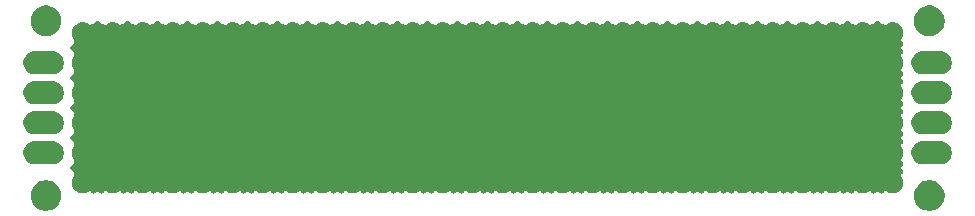
<source format=gbr>
G04 #@! TF.GenerationSoftware,KiCad,Pcbnew,9.0.1*
G04 #@! TF.CreationDate,2025-05-06T23:59:07-04:00*
G04 #@! TF.ProjectId,matrix-protoboard_6x28,6d617472-6978-42d7-9072-6f746f626f61,rev?*
G04 #@! TF.SameCoordinates,Original*
G04 #@! TF.FileFunction,Soldermask,Top*
G04 #@! TF.FilePolarity,Negative*
%FSLAX46Y46*%
G04 Gerber Fmt 4.6, Leading zero omitted, Abs format (unit mm)*
G04 Created by KiCad (PCBNEW 9.0.1) date 2025-05-06 23:59:07*
%MOMM*%
%LPD*%
G01*
G04 APERTURE LIST*
G04 APERTURE END LIST*
G36*
X120821479Y-85047919D02*
G01*
X121015488Y-85110957D01*
X121197248Y-85203568D01*
X121362282Y-85323472D01*
X121506528Y-85467718D01*
X121626432Y-85632752D01*
X121719043Y-85814512D01*
X121782081Y-86008521D01*
X121813993Y-86210003D01*
X121813993Y-86413997D01*
X121782081Y-86615479D01*
X121719043Y-86809488D01*
X121626432Y-86991248D01*
X121506528Y-87156282D01*
X121362282Y-87300528D01*
X121197248Y-87420432D01*
X121015488Y-87513043D01*
X120821479Y-87576081D01*
X120619997Y-87607993D01*
X120416003Y-87607993D01*
X120214521Y-87576081D01*
X120020512Y-87513043D01*
X119838752Y-87420432D01*
X119673718Y-87300528D01*
X119529472Y-87156282D01*
X119409568Y-86991248D01*
X119316957Y-86809488D01*
X119253919Y-86615479D01*
X119222007Y-86413997D01*
X119222007Y-86210003D01*
X119253919Y-86008521D01*
X119316957Y-85814512D01*
X119409568Y-85632752D01*
X119529472Y-85467718D01*
X119673718Y-85323472D01*
X119838752Y-85203568D01*
X120020512Y-85110957D01*
X120214521Y-85047919D01*
X120416003Y-85016007D01*
X120619997Y-85016007D01*
X120821479Y-85047919D01*
G37*
G36*
X195621479Y-85047919D02*
G01*
X195815488Y-85110957D01*
X195997248Y-85203568D01*
X196162282Y-85323472D01*
X196306528Y-85467718D01*
X196426432Y-85632752D01*
X196519043Y-85814512D01*
X196582081Y-86008521D01*
X196613993Y-86210003D01*
X196613993Y-86413997D01*
X196582081Y-86615479D01*
X196519043Y-86809488D01*
X196426432Y-86991248D01*
X196306528Y-87156282D01*
X196162282Y-87300528D01*
X195997248Y-87420432D01*
X195815488Y-87513043D01*
X195621479Y-87576081D01*
X195419997Y-87607993D01*
X195216003Y-87607993D01*
X195014521Y-87576081D01*
X194820512Y-87513043D01*
X194638752Y-87420432D01*
X194473718Y-87300528D01*
X194329472Y-87156282D01*
X194209568Y-86991248D01*
X194116957Y-86809488D01*
X194053919Y-86615479D01*
X194022007Y-86413997D01*
X194022007Y-86210003D01*
X194053919Y-86008521D01*
X194116957Y-85814512D01*
X194209568Y-85632752D01*
X194329472Y-85467718D01*
X194473718Y-85323472D01*
X194638752Y-85203568D01*
X194820512Y-85110957D01*
X195014521Y-85047919D01*
X195216003Y-85016007D01*
X195419997Y-85016007D01*
X195621479Y-85047919D01*
G37*
G36*
X191004487Y-71509201D02*
G01*
X191005656Y-71509392D01*
X191005835Y-71509509D01*
X191008455Y-71510107D01*
X191012344Y-71511718D01*
X191078846Y-71556154D01*
X191081520Y-71558828D01*
X191326968Y-71804276D01*
X191363722Y-71819500D01*
X191470735Y-71819500D01*
X191480000Y-71819500D01*
X191558455Y-71835107D01*
X191561932Y-71836547D01*
X191562112Y-71836581D01*
X191576379Y-71842301D01*
X191625603Y-71837169D01*
X191627305Y-71836031D01*
X191629046Y-71834291D01*
X191775743Y-71736271D01*
X191938744Y-71668754D01*
X192111785Y-71634334D01*
X192288215Y-71634334D01*
X192461256Y-71668754D01*
X192624257Y-71736271D01*
X192770954Y-71834291D01*
X192895709Y-71959046D01*
X192993729Y-72105743D01*
X193061246Y-72268744D01*
X193095666Y-72441785D01*
X193095666Y-72618215D01*
X193061246Y-72791256D01*
X192993729Y-72954257D01*
X192895709Y-73100954D01*
X192894418Y-73102244D01*
X192886831Y-73141580D01*
X192891852Y-73165380D01*
X192893282Y-73167656D01*
X192894893Y-73171545D01*
X192904609Y-73220390D01*
X192944995Y-73259853D01*
X192981455Y-73267107D01*
X192985344Y-73268718D01*
X193020413Y-73293602D01*
X193047267Y-73311101D01*
X193049554Y-73314279D01*
X193059749Y-73321514D01*
X193094163Y-73376284D01*
X193094810Y-73377183D01*
X193094851Y-73377379D01*
X193096282Y-73379656D01*
X193097893Y-73383545D01*
X193105100Y-73425957D01*
X193111713Y-73457299D01*
X193111083Y-73461161D01*
X193113178Y-73473489D01*
X193098795Y-73536502D01*
X193098607Y-73537656D01*
X193098491Y-73537833D01*
X193097893Y-73540455D01*
X193096282Y-73544344D01*
X193051846Y-73610846D01*
X192945036Y-73717656D01*
X192899113Y-73763579D01*
X192899113Y-73846421D01*
X193051846Y-73999154D01*
X193096282Y-74065656D01*
X193097893Y-74069545D01*
X193105100Y-74111954D01*
X193111713Y-74143299D01*
X193111083Y-74147161D01*
X193113178Y-74159489D01*
X193098795Y-74222502D01*
X193098607Y-74223656D01*
X193098491Y-74223833D01*
X193097893Y-74226455D01*
X193096282Y-74230344D01*
X193071385Y-74265430D01*
X193053898Y-74292267D01*
X193050721Y-74294552D01*
X193043486Y-74304749D01*
X192988715Y-74339163D01*
X192987817Y-74339810D01*
X192987620Y-74339851D01*
X192985344Y-74341282D01*
X192981455Y-74342893D01*
X192941649Y-74350811D01*
X192902334Y-74391044D01*
X192894893Y-74428455D01*
X192893448Y-74431941D01*
X192893434Y-74432020D01*
X192887707Y-74446229D01*
X192892801Y-74495560D01*
X192893964Y-74497301D01*
X192895709Y-74499046D01*
X192993729Y-74645743D01*
X193061246Y-74808744D01*
X193095666Y-74981785D01*
X193095666Y-75158215D01*
X193061246Y-75331256D01*
X192993729Y-75494257D01*
X192895709Y-75640954D01*
X192894418Y-75642244D01*
X192886831Y-75681580D01*
X192891852Y-75705380D01*
X192893282Y-75707656D01*
X192894893Y-75711545D01*
X192904609Y-75760390D01*
X192944995Y-75799853D01*
X192981455Y-75807107D01*
X192985344Y-75808718D01*
X193020413Y-75833602D01*
X193047267Y-75851101D01*
X193049554Y-75854279D01*
X193059749Y-75861514D01*
X193094163Y-75916284D01*
X193094810Y-75917183D01*
X193094851Y-75917379D01*
X193096282Y-75919656D01*
X193097893Y-75923545D01*
X193105100Y-75965957D01*
X193111713Y-75997299D01*
X193111083Y-76001161D01*
X193113178Y-76013489D01*
X193098795Y-76076502D01*
X193098607Y-76077656D01*
X193098491Y-76077833D01*
X193097893Y-76080455D01*
X193096282Y-76084344D01*
X193051846Y-76150846D01*
X192945036Y-76257656D01*
X192899113Y-76303579D01*
X192899113Y-76386421D01*
X193051846Y-76539154D01*
X193096282Y-76605656D01*
X193097893Y-76609545D01*
X193105100Y-76651954D01*
X193111713Y-76683299D01*
X193111083Y-76687161D01*
X193113178Y-76699489D01*
X193098795Y-76762502D01*
X193098607Y-76763656D01*
X193098491Y-76763833D01*
X193097893Y-76766455D01*
X193096282Y-76770344D01*
X193071385Y-76805430D01*
X193053898Y-76832267D01*
X193050721Y-76834552D01*
X193043486Y-76844749D01*
X192988715Y-76879163D01*
X192987817Y-76879810D01*
X192987620Y-76879851D01*
X192985344Y-76881282D01*
X192981455Y-76882893D01*
X192941649Y-76890811D01*
X192902334Y-76931044D01*
X192894893Y-76968455D01*
X192893448Y-76971941D01*
X192893434Y-76972020D01*
X192887707Y-76986229D01*
X192892801Y-77035560D01*
X192893964Y-77037301D01*
X192895709Y-77039046D01*
X192993729Y-77185743D01*
X193061246Y-77348744D01*
X193095666Y-77521785D01*
X193095666Y-77698215D01*
X193061246Y-77871256D01*
X192993729Y-78034257D01*
X192895709Y-78180954D01*
X192894418Y-78182244D01*
X192886831Y-78221580D01*
X192891852Y-78245380D01*
X192893282Y-78247656D01*
X192894893Y-78251545D01*
X192904609Y-78300390D01*
X192944995Y-78339853D01*
X192981455Y-78347107D01*
X192985344Y-78348718D01*
X193020413Y-78373602D01*
X193047267Y-78391101D01*
X193049554Y-78394279D01*
X193059749Y-78401514D01*
X193094163Y-78456284D01*
X193094810Y-78457183D01*
X193094851Y-78457379D01*
X193096282Y-78459656D01*
X193097893Y-78463545D01*
X193105100Y-78505957D01*
X193111713Y-78537299D01*
X193111083Y-78541161D01*
X193113178Y-78553489D01*
X193098795Y-78616502D01*
X193098607Y-78617656D01*
X193098491Y-78617833D01*
X193097893Y-78620455D01*
X193096282Y-78624344D01*
X193051846Y-78690846D01*
X192945036Y-78797656D01*
X192899113Y-78843579D01*
X192899113Y-78926421D01*
X193051846Y-79079154D01*
X193096282Y-79145656D01*
X193097893Y-79149545D01*
X193105100Y-79191954D01*
X193111713Y-79223299D01*
X193111083Y-79227161D01*
X193113178Y-79239489D01*
X193098795Y-79302502D01*
X193098607Y-79303656D01*
X193098491Y-79303833D01*
X193097893Y-79306455D01*
X193096282Y-79310344D01*
X193071385Y-79345430D01*
X193053898Y-79372267D01*
X193050721Y-79374552D01*
X193043486Y-79384749D01*
X192988715Y-79419163D01*
X192987817Y-79419810D01*
X192987620Y-79419851D01*
X192985344Y-79421282D01*
X192981455Y-79422893D01*
X192941649Y-79430811D01*
X192902334Y-79471044D01*
X192894893Y-79508455D01*
X192893448Y-79511941D01*
X192893434Y-79512020D01*
X192887707Y-79526229D01*
X192892801Y-79575560D01*
X192893964Y-79577301D01*
X192895709Y-79579046D01*
X192993729Y-79725743D01*
X193061246Y-79888744D01*
X193095666Y-80061785D01*
X193095666Y-80238215D01*
X193061246Y-80411256D01*
X192993729Y-80574257D01*
X192895709Y-80720954D01*
X192894418Y-80722244D01*
X192886831Y-80761580D01*
X192891852Y-80785380D01*
X192893282Y-80787656D01*
X192894893Y-80791545D01*
X192904609Y-80840390D01*
X192944995Y-80879853D01*
X192981455Y-80887107D01*
X192985344Y-80888718D01*
X193020413Y-80913602D01*
X193047267Y-80931101D01*
X193049554Y-80934279D01*
X193059749Y-80941514D01*
X193094163Y-80996284D01*
X193094810Y-80997183D01*
X193094851Y-80997379D01*
X193096282Y-80999656D01*
X193097893Y-81003545D01*
X193105100Y-81045957D01*
X193111713Y-81077299D01*
X193111083Y-81081161D01*
X193113178Y-81093489D01*
X193098795Y-81156502D01*
X193098607Y-81157656D01*
X193098491Y-81157833D01*
X193097893Y-81160455D01*
X193096282Y-81164344D01*
X193051846Y-81230846D01*
X192945036Y-81337656D01*
X192899113Y-81383579D01*
X192899113Y-81466421D01*
X193051846Y-81619154D01*
X193096282Y-81685656D01*
X193097893Y-81689545D01*
X193105100Y-81731954D01*
X193111713Y-81763299D01*
X193111083Y-81767161D01*
X193113178Y-81779489D01*
X193098795Y-81842502D01*
X193098607Y-81843656D01*
X193098491Y-81843833D01*
X193097893Y-81846455D01*
X193096282Y-81850344D01*
X193071385Y-81885430D01*
X193053898Y-81912267D01*
X193050721Y-81914552D01*
X193043486Y-81924749D01*
X192988715Y-81959163D01*
X192987817Y-81959810D01*
X192987620Y-81959851D01*
X192985344Y-81961282D01*
X192981455Y-81962893D01*
X192941649Y-81970811D01*
X192902334Y-82011044D01*
X192894893Y-82048455D01*
X192893448Y-82051941D01*
X192893434Y-82052020D01*
X192887707Y-82066229D01*
X192892801Y-82115560D01*
X192893964Y-82117301D01*
X192895709Y-82119046D01*
X192993729Y-82265743D01*
X193061246Y-82428744D01*
X193095666Y-82601785D01*
X193095666Y-82778215D01*
X193061246Y-82951256D01*
X192993729Y-83114257D01*
X192895709Y-83260954D01*
X192894418Y-83262244D01*
X192886831Y-83301580D01*
X192891852Y-83325380D01*
X192893282Y-83327656D01*
X192894893Y-83331545D01*
X192904609Y-83380390D01*
X192944995Y-83419853D01*
X192981455Y-83427107D01*
X192985344Y-83428718D01*
X193020413Y-83453602D01*
X193047267Y-83471101D01*
X193049554Y-83474279D01*
X193059749Y-83481514D01*
X193094163Y-83536284D01*
X193094810Y-83537183D01*
X193094851Y-83537379D01*
X193096282Y-83539656D01*
X193097893Y-83543545D01*
X193105100Y-83585957D01*
X193111713Y-83617299D01*
X193111083Y-83621161D01*
X193113178Y-83633489D01*
X193098795Y-83696502D01*
X193098607Y-83697656D01*
X193098491Y-83697833D01*
X193097893Y-83700455D01*
X193096282Y-83704344D01*
X193051846Y-83770846D01*
X192945036Y-83877656D01*
X192899113Y-83923579D01*
X192899113Y-84006421D01*
X193051846Y-84159154D01*
X193096282Y-84225656D01*
X193097893Y-84229545D01*
X193105100Y-84271954D01*
X193111713Y-84303299D01*
X193111083Y-84307161D01*
X193113178Y-84319489D01*
X193098795Y-84382502D01*
X193098607Y-84383656D01*
X193098491Y-84383833D01*
X193097893Y-84386455D01*
X193096282Y-84390344D01*
X193071385Y-84425430D01*
X193053898Y-84452267D01*
X193050721Y-84454552D01*
X193043486Y-84464749D01*
X192988715Y-84499163D01*
X192987817Y-84499810D01*
X192987620Y-84499851D01*
X192985344Y-84501282D01*
X192981455Y-84502893D01*
X192941649Y-84510811D01*
X192902334Y-84551044D01*
X192894893Y-84588455D01*
X192893448Y-84591941D01*
X192893434Y-84592020D01*
X192887707Y-84606229D01*
X192892801Y-84655560D01*
X192893964Y-84657301D01*
X192895709Y-84659046D01*
X192993729Y-84805743D01*
X193061246Y-84968744D01*
X193095666Y-85141785D01*
X193095666Y-85318215D01*
X193061246Y-85491256D01*
X192993729Y-85654257D01*
X192895709Y-85800954D01*
X192770954Y-85925709D01*
X192624257Y-86023729D01*
X192461256Y-86091246D01*
X192288215Y-86125666D01*
X192111785Y-86125666D01*
X191938744Y-86091246D01*
X191775743Y-86023729D01*
X191629046Y-85925709D01*
X191627756Y-85924419D01*
X191588419Y-85916831D01*
X191564619Y-85921851D01*
X191562344Y-85923282D01*
X191558455Y-85924893D01*
X191509606Y-85934610D01*
X191470145Y-85974995D01*
X191462893Y-86011455D01*
X191461282Y-86015344D01*
X191436386Y-86050428D01*
X191418898Y-86077267D01*
X191415721Y-86079552D01*
X191408486Y-86089749D01*
X191353707Y-86124168D01*
X191352816Y-86124810D01*
X191352621Y-86124851D01*
X191350344Y-86126282D01*
X191346455Y-86127893D01*
X191304036Y-86135101D01*
X191272700Y-86141713D01*
X191268838Y-86141083D01*
X191256511Y-86143178D01*
X191193499Y-86128795D01*
X191192343Y-86128607D01*
X191192165Y-86128491D01*
X191189545Y-86127893D01*
X191185656Y-86126282D01*
X191119154Y-86081846D01*
X190966421Y-85929113D01*
X190883579Y-85929113D01*
X190730846Y-86081846D01*
X190664344Y-86126282D01*
X190660455Y-86127893D01*
X190618040Y-86135100D01*
X190586700Y-86141713D01*
X190582838Y-86141083D01*
X190570511Y-86143178D01*
X190507499Y-86128795D01*
X190506343Y-86128607D01*
X190506165Y-86128491D01*
X190503545Y-86127893D01*
X190499656Y-86126282D01*
X190464580Y-86101393D01*
X190437732Y-86083898D01*
X190435445Y-86080719D01*
X190425251Y-86073486D01*
X190390845Y-86018729D01*
X190390188Y-86017816D01*
X190390145Y-86017616D01*
X190388718Y-86015344D01*
X190387107Y-86011455D01*
X190379188Y-85971649D01*
X190338954Y-85932334D01*
X190301545Y-85924893D01*
X190298065Y-85923451D01*
X190297944Y-85923429D01*
X190283709Y-85917703D01*
X190234421Y-85922813D01*
X190232700Y-85923962D01*
X190230954Y-85925709D01*
X190084257Y-86023729D01*
X189921256Y-86091246D01*
X189748215Y-86125666D01*
X189571785Y-86125666D01*
X189398744Y-86091246D01*
X189235743Y-86023729D01*
X189089046Y-85925709D01*
X189087756Y-85924419D01*
X189048419Y-85916831D01*
X189024619Y-85921851D01*
X189022344Y-85923282D01*
X189018455Y-85924893D01*
X188969606Y-85934610D01*
X188930145Y-85974995D01*
X188922893Y-86011455D01*
X188921282Y-86015344D01*
X188896386Y-86050428D01*
X188878898Y-86077267D01*
X188875721Y-86079552D01*
X188868486Y-86089749D01*
X188813707Y-86124168D01*
X188812816Y-86124810D01*
X188812621Y-86124851D01*
X188810344Y-86126282D01*
X188806455Y-86127893D01*
X188764036Y-86135101D01*
X188732700Y-86141713D01*
X188728838Y-86141083D01*
X188716511Y-86143178D01*
X188653499Y-86128795D01*
X188652343Y-86128607D01*
X188652165Y-86128491D01*
X188649545Y-86127893D01*
X188645656Y-86126282D01*
X188579154Y-86081846D01*
X188426421Y-85929113D01*
X188343579Y-85929113D01*
X188190846Y-86081846D01*
X188124344Y-86126282D01*
X188120455Y-86127893D01*
X188078040Y-86135100D01*
X188046700Y-86141713D01*
X188042838Y-86141083D01*
X188030511Y-86143178D01*
X187967499Y-86128795D01*
X187966343Y-86128607D01*
X187966165Y-86128491D01*
X187963545Y-86127893D01*
X187959656Y-86126282D01*
X187924580Y-86101393D01*
X187897732Y-86083898D01*
X187895445Y-86080719D01*
X187885251Y-86073486D01*
X187850845Y-86018729D01*
X187850188Y-86017816D01*
X187850145Y-86017616D01*
X187848718Y-86015344D01*
X187847107Y-86011455D01*
X187839188Y-85971649D01*
X187798954Y-85932334D01*
X187761545Y-85924893D01*
X187758065Y-85923451D01*
X187757944Y-85923429D01*
X187743709Y-85917703D01*
X187694421Y-85922813D01*
X187692700Y-85923962D01*
X187690954Y-85925709D01*
X187544257Y-86023729D01*
X187381256Y-86091246D01*
X187208215Y-86125666D01*
X187031785Y-86125666D01*
X186858744Y-86091246D01*
X186695743Y-86023729D01*
X186549046Y-85925709D01*
X186547756Y-85924419D01*
X186508419Y-85916831D01*
X186484619Y-85921851D01*
X186482344Y-85923282D01*
X186478455Y-85924893D01*
X186429606Y-85934610D01*
X186390145Y-85974995D01*
X186382893Y-86011455D01*
X186381282Y-86015344D01*
X186356386Y-86050428D01*
X186338898Y-86077267D01*
X186335721Y-86079552D01*
X186328486Y-86089749D01*
X186273707Y-86124168D01*
X186272816Y-86124810D01*
X186272621Y-86124851D01*
X186270344Y-86126282D01*
X186266455Y-86127893D01*
X186224036Y-86135101D01*
X186192700Y-86141713D01*
X186188838Y-86141083D01*
X186176511Y-86143178D01*
X186113499Y-86128795D01*
X186112343Y-86128607D01*
X186112165Y-86128491D01*
X186109545Y-86127893D01*
X186105656Y-86126282D01*
X186039154Y-86081846D01*
X185886421Y-85929113D01*
X185803579Y-85929113D01*
X185650846Y-86081846D01*
X185584344Y-86126282D01*
X185580455Y-86127893D01*
X185538040Y-86135100D01*
X185506700Y-86141713D01*
X185502838Y-86141083D01*
X185490511Y-86143178D01*
X185427499Y-86128795D01*
X185426343Y-86128607D01*
X185426165Y-86128491D01*
X185423545Y-86127893D01*
X185419656Y-86126282D01*
X185384580Y-86101393D01*
X185357732Y-86083898D01*
X185355445Y-86080719D01*
X185345251Y-86073486D01*
X185310845Y-86018729D01*
X185310188Y-86017816D01*
X185310145Y-86017616D01*
X185308718Y-86015344D01*
X185307107Y-86011455D01*
X185299188Y-85971649D01*
X185258954Y-85932334D01*
X185221545Y-85924893D01*
X185218065Y-85923451D01*
X185217944Y-85923429D01*
X185203709Y-85917703D01*
X185154421Y-85922813D01*
X185152700Y-85923962D01*
X185150954Y-85925709D01*
X185004257Y-86023729D01*
X184841256Y-86091246D01*
X184668215Y-86125666D01*
X184491785Y-86125666D01*
X184318744Y-86091246D01*
X184155743Y-86023729D01*
X184009046Y-85925709D01*
X184007756Y-85924419D01*
X183968419Y-85916831D01*
X183944619Y-85921851D01*
X183942344Y-85923282D01*
X183938455Y-85924893D01*
X183889606Y-85934610D01*
X183850145Y-85974995D01*
X183842893Y-86011455D01*
X183841282Y-86015344D01*
X183816386Y-86050428D01*
X183798898Y-86077267D01*
X183795721Y-86079552D01*
X183788486Y-86089749D01*
X183733707Y-86124168D01*
X183732816Y-86124810D01*
X183732621Y-86124851D01*
X183730344Y-86126282D01*
X183726455Y-86127893D01*
X183684036Y-86135101D01*
X183652700Y-86141713D01*
X183648838Y-86141083D01*
X183636511Y-86143178D01*
X183573499Y-86128795D01*
X183572343Y-86128607D01*
X183572165Y-86128491D01*
X183569545Y-86127893D01*
X183565656Y-86126282D01*
X183499154Y-86081846D01*
X183346421Y-85929113D01*
X183263579Y-85929113D01*
X183110846Y-86081846D01*
X183044344Y-86126282D01*
X183040455Y-86127893D01*
X182998040Y-86135100D01*
X182966700Y-86141713D01*
X182962838Y-86141083D01*
X182950511Y-86143178D01*
X182887499Y-86128795D01*
X182886343Y-86128607D01*
X182886165Y-86128491D01*
X182883545Y-86127893D01*
X182879656Y-86126282D01*
X182844580Y-86101393D01*
X182817732Y-86083898D01*
X182815445Y-86080719D01*
X182805251Y-86073486D01*
X182770845Y-86018729D01*
X182770188Y-86017816D01*
X182770145Y-86017616D01*
X182768718Y-86015344D01*
X182767107Y-86011455D01*
X182759188Y-85971649D01*
X182718954Y-85932334D01*
X182681545Y-85924893D01*
X182678065Y-85923451D01*
X182677944Y-85923429D01*
X182663709Y-85917703D01*
X182614421Y-85922813D01*
X182612700Y-85923962D01*
X182610954Y-85925709D01*
X182464257Y-86023729D01*
X182301256Y-86091246D01*
X182128215Y-86125666D01*
X181951785Y-86125666D01*
X181778744Y-86091246D01*
X181615743Y-86023729D01*
X181469046Y-85925709D01*
X181467756Y-85924419D01*
X181428419Y-85916831D01*
X181404619Y-85921851D01*
X181402344Y-85923282D01*
X181398455Y-85924893D01*
X181349606Y-85934610D01*
X181310145Y-85974995D01*
X181302893Y-86011455D01*
X181301282Y-86015344D01*
X181276386Y-86050428D01*
X181258898Y-86077267D01*
X181255721Y-86079552D01*
X181248486Y-86089749D01*
X181193707Y-86124168D01*
X181192816Y-86124810D01*
X181192621Y-86124851D01*
X181190344Y-86126282D01*
X181186455Y-86127893D01*
X181144036Y-86135101D01*
X181112700Y-86141713D01*
X181108838Y-86141083D01*
X181096511Y-86143178D01*
X181033499Y-86128795D01*
X181032343Y-86128607D01*
X181032165Y-86128491D01*
X181029545Y-86127893D01*
X181025656Y-86126282D01*
X180959154Y-86081846D01*
X180806421Y-85929113D01*
X180723579Y-85929113D01*
X180570846Y-86081846D01*
X180504344Y-86126282D01*
X180500455Y-86127893D01*
X180458040Y-86135100D01*
X180426700Y-86141713D01*
X180422838Y-86141083D01*
X180410511Y-86143178D01*
X180347499Y-86128795D01*
X180346343Y-86128607D01*
X180346165Y-86128491D01*
X180343545Y-86127893D01*
X180339656Y-86126282D01*
X180304580Y-86101393D01*
X180277732Y-86083898D01*
X180275445Y-86080719D01*
X180265251Y-86073486D01*
X180230845Y-86018729D01*
X180230188Y-86017816D01*
X180230145Y-86017616D01*
X180228718Y-86015344D01*
X180227107Y-86011455D01*
X180219188Y-85971649D01*
X180178954Y-85932334D01*
X180141545Y-85924893D01*
X180138065Y-85923451D01*
X180137944Y-85923429D01*
X180123709Y-85917703D01*
X180074421Y-85922813D01*
X180072700Y-85923962D01*
X180070954Y-85925709D01*
X179924257Y-86023729D01*
X179761256Y-86091246D01*
X179588215Y-86125666D01*
X179411785Y-86125666D01*
X179238744Y-86091246D01*
X179075743Y-86023729D01*
X178929046Y-85925709D01*
X178927756Y-85924419D01*
X178888419Y-85916831D01*
X178864619Y-85921851D01*
X178862344Y-85923282D01*
X178858455Y-85924893D01*
X178809606Y-85934610D01*
X178770145Y-85974995D01*
X178762893Y-86011455D01*
X178761282Y-86015344D01*
X178736386Y-86050428D01*
X178718898Y-86077267D01*
X178715721Y-86079552D01*
X178708486Y-86089749D01*
X178653707Y-86124168D01*
X178652816Y-86124810D01*
X178652621Y-86124851D01*
X178650344Y-86126282D01*
X178646455Y-86127893D01*
X178604036Y-86135101D01*
X178572700Y-86141713D01*
X178568838Y-86141083D01*
X178556511Y-86143178D01*
X178493499Y-86128795D01*
X178492343Y-86128607D01*
X178492165Y-86128491D01*
X178489545Y-86127893D01*
X178485656Y-86126282D01*
X178419154Y-86081846D01*
X178266421Y-85929113D01*
X178183579Y-85929113D01*
X178030846Y-86081846D01*
X177964344Y-86126282D01*
X177960455Y-86127893D01*
X177918040Y-86135100D01*
X177886700Y-86141713D01*
X177882838Y-86141083D01*
X177870511Y-86143178D01*
X177807499Y-86128795D01*
X177806343Y-86128607D01*
X177806165Y-86128491D01*
X177803545Y-86127893D01*
X177799656Y-86126282D01*
X177764580Y-86101393D01*
X177737732Y-86083898D01*
X177735445Y-86080719D01*
X177725251Y-86073486D01*
X177690845Y-86018729D01*
X177690188Y-86017816D01*
X177690145Y-86017616D01*
X177688718Y-86015344D01*
X177687107Y-86011455D01*
X177679188Y-85971649D01*
X177638954Y-85932334D01*
X177601545Y-85924893D01*
X177598065Y-85923451D01*
X177597944Y-85923429D01*
X177583709Y-85917703D01*
X177534421Y-85922813D01*
X177532700Y-85923962D01*
X177530954Y-85925709D01*
X177384257Y-86023729D01*
X177221256Y-86091246D01*
X177048215Y-86125666D01*
X176871785Y-86125666D01*
X176698744Y-86091246D01*
X176535743Y-86023729D01*
X176389046Y-85925709D01*
X176387756Y-85924419D01*
X176348419Y-85916831D01*
X176324619Y-85921851D01*
X176322344Y-85923282D01*
X176318455Y-85924893D01*
X176269606Y-85934610D01*
X176230145Y-85974995D01*
X176222893Y-86011455D01*
X176221282Y-86015344D01*
X176196386Y-86050428D01*
X176178898Y-86077267D01*
X176175721Y-86079552D01*
X176168486Y-86089749D01*
X176113707Y-86124168D01*
X176112816Y-86124810D01*
X176112621Y-86124851D01*
X176110344Y-86126282D01*
X176106455Y-86127893D01*
X176064036Y-86135101D01*
X176032700Y-86141713D01*
X176028838Y-86141083D01*
X176016511Y-86143178D01*
X175953499Y-86128795D01*
X175952343Y-86128607D01*
X175952165Y-86128491D01*
X175949545Y-86127893D01*
X175945656Y-86126282D01*
X175879154Y-86081846D01*
X175726421Y-85929113D01*
X175643579Y-85929113D01*
X175490846Y-86081846D01*
X175424344Y-86126282D01*
X175420455Y-86127893D01*
X175378040Y-86135100D01*
X175346700Y-86141713D01*
X175342838Y-86141083D01*
X175330511Y-86143178D01*
X175267499Y-86128795D01*
X175266343Y-86128607D01*
X175266165Y-86128491D01*
X175263545Y-86127893D01*
X175259656Y-86126282D01*
X175224580Y-86101393D01*
X175197732Y-86083898D01*
X175195445Y-86080719D01*
X175185251Y-86073486D01*
X175150845Y-86018729D01*
X175150188Y-86017816D01*
X175150145Y-86017616D01*
X175148718Y-86015344D01*
X175147107Y-86011455D01*
X175139188Y-85971649D01*
X175098954Y-85932334D01*
X175061545Y-85924893D01*
X175058065Y-85923451D01*
X175057944Y-85923429D01*
X175043709Y-85917703D01*
X174994421Y-85922813D01*
X174992700Y-85923962D01*
X174990954Y-85925709D01*
X174844257Y-86023729D01*
X174681256Y-86091246D01*
X174508215Y-86125666D01*
X174331785Y-86125666D01*
X174158744Y-86091246D01*
X173995743Y-86023729D01*
X173849046Y-85925709D01*
X173847756Y-85924419D01*
X173808419Y-85916831D01*
X173784619Y-85921851D01*
X173782344Y-85923282D01*
X173778455Y-85924893D01*
X173729606Y-85934610D01*
X173690145Y-85974995D01*
X173682893Y-86011455D01*
X173681282Y-86015344D01*
X173656386Y-86050428D01*
X173638898Y-86077267D01*
X173635721Y-86079552D01*
X173628486Y-86089749D01*
X173573707Y-86124168D01*
X173572816Y-86124810D01*
X173572621Y-86124851D01*
X173570344Y-86126282D01*
X173566455Y-86127893D01*
X173524036Y-86135101D01*
X173492700Y-86141713D01*
X173488838Y-86141083D01*
X173476511Y-86143178D01*
X173413499Y-86128795D01*
X173412343Y-86128607D01*
X173412165Y-86128491D01*
X173409545Y-86127893D01*
X173405656Y-86126282D01*
X173339154Y-86081846D01*
X173186421Y-85929113D01*
X173103579Y-85929113D01*
X172950846Y-86081846D01*
X172884344Y-86126282D01*
X172880455Y-86127893D01*
X172838040Y-86135100D01*
X172806700Y-86141713D01*
X172802838Y-86141083D01*
X172790511Y-86143178D01*
X172727499Y-86128795D01*
X172726343Y-86128607D01*
X172726165Y-86128491D01*
X172723545Y-86127893D01*
X172719656Y-86126282D01*
X172684580Y-86101393D01*
X172657732Y-86083898D01*
X172655445Y-86080719D01*
X172645251Y-86073486D01*
X172610845Y-86018729D01*
X172610188Y-86017816D01*
X172610145Y-86017616D01*
X172608718Y-86015344D01*
X172607107Y-86011455D01*
X172599188Y-85971649D01*
X172558954Y-85932334D01*
X172521545Y-85924893D01*
X172518065Y-85923451D01*
X172517944Y-85923429D01*
X172503709Y-85917703D01*
X172454421Y-85922813D01*
X172452700Y-85923962D01*
X172450954Y-85925709D01*
X172304257Y-86023729D01*
X172141256Y-86091246D01*
X171968215Y-86125666D01*
X171791785Y-86125666D01*
X171618744Y-86091246D01*
X171455743Y-86023729D01*
X171309046Y-85925709D01*
X171307756Y-85924419D01*
X171268419Y-85916831D01*
X171244619Y-85921851D01*
X171242344Y-85923282D01*
X171238455Y-85924893D01*
X171189606Y-85934610D01*
X171150145Y-85974995D01*
X171142893Y-86011455D01*
X171141282Y-86015344D01*
X171116386Y-86050428D01*
X171098898Y-86077267D01*
X171095721Y-86079552D01*
X171088486Y-86089749D01*
X171033707Y-86124168D01*
X171032816Y-86124810D01*
X171032621Y-86124851D01*
X171030344Y-86126282D01*
X171026455Y-86127893D01*
X170984036Y-86135101D01*
X170952700Y-86141713D01*
X170948838Y-86141083D01*
X170936511Y-86143178D01*
X170873499Y-86128795D01*
X170872343Y-86128607D01*
X170872165Y-86128491D01*
X170869545Y-86127893D01*
X170865656Y-86126282D01*
X170799154Y-86081846D01*
X170646421Y-85929113D01*
X170563579Y-85929113D01*
X170410846Y-86081846D01*
X170344344Y-86126282D01*
X170340455Y-86127893D01*
X170298040Y-86135100D01*
X170266700Y-86141713D01*
X170262838Y-86141083D01*
X170250511Y-86143178D01*
X170187499Y-86128795D01*
X170186343Y-86128607D01*
X170186165Y-86128491D01*
X170183545Y-86127893D01*
X170179656Y-86126282D01*
X170144580Y-86101393D01*
X170117732Y-86083898D01*
X170115445Y-86080719D01*
X170105251Y-86073486D01*
X170070845Y-86018729D01*
X170070188Y-86017816D01*
X170070145Y-86017616D01*
X170068718Y-86015344D01*
X170067107Y-86011455D01*
X170059188Y-85971649D01*
X170018954Y-85932334D01*
X169981545Y-85924893D01*
X169978065Y-85923451D01*
X169977944Y-85923429D01*
X169963709Y-85917703D01*
X169914421Y-85922813D01*
X169912700Y-85923962D01*
X169910954Y-85925709D01*
X169764257Y-86023729D01*
X169601256Y-86091246D01*
X169428215Y-86125666D01*
X169251785Y-86125666D01*
X169078744Y-86091246D01*
X168915743Y-86023729D01*
X168769046Y-85925709D01*
X168767756Y-85924419D01*
X168728419Y-85916831D01*
X168704619Y-85921851D01*
X168702344Y-85923282D01*
X168698455Y-85924893D01*
X168649606Y-85934610D01*
X168610145Y-85974995D01*
X168602893Y-86011455D01*
X168601282Y-86015344D01*
X168576386Y-86050428D01*
X168558898Y-86077267D01*
X168555721Y-86079552D01*
X168548486Y-86089749D01*
X168493707Y-86124168D01*
X168492816Y-86124810D01*
X168492621Y-86124851D01*
X168490344Y-86126282D01*
X168486455Y-86127893D01*
X168444036Y-86135101D01*
X168412700Y-86141713D01*
X168408838Y-86141083D01*
X168396511Y-86143178D01*
X168333499Y-86128795D01*
X168332343Y-86128607D01*
X168332165Y-86128491D01*
X168329545Y-86127893D01*
X168325656Y-86126282D01*
X168259154Y-86081846D01*
X168106421Y-85929113D01*
X168023579Y-85929113D01*
X167870846Y-86081846D01*
X167804344Y-86126282D01*
X167800455Y-86127893D01*
X167758040Y-86135100D01*
X167726700Y-86141713D01*
X167722838Y-86141083D01*
X167710511Y-86143178D01*
X167647499Y-86128795D01*
X167646343Y-86128607D01*
X167646165Y-86128491D01*
X167643545Y-86127893D01*
X167639656Y-86126282D01*
X167604580Y-86101393D01*
X167577732Y-86083898D01*
X167575445Y-86080719D01*
X167565251Y-86073486D01*
X167530845Y-86018729D01*
X167530188Y-86017816D01*
X167530145Y-86017616D01*
X167528718Y-86015344D01*
X167527107Y-86011455D01*
X167519188Y-85971649D01*
X167478954Y-85932334D01*
X167441545Y-85924893D01*
X167438065Y-85923451D01*
X167437944Y-85923429D01*
X167423709Y-85917703D01*
X167374421Y-85922813D01*
X167372700Y-85923962D01*
X167370954Y-85925709D01*
X167224257Y-86023729D01*
X167061256Y-86091246D01*
X166888215Y-86125666D01*
X166711785Y-86125666D01*
X166538744Y-86091246D01*
X166375743Y-86023729D01*
X166229046Y-85925709D01*
X166227756Y-85924419D01*
X166188419Y-85916831D01*
X166164619Y-85921851D01*
X166162344Y-85923282D01*
X166158455Y-85924893D01*
X166109606Y-85934610D01*
X166070145Y-85974995D01*
X166062893Y-86011455D01*
X166061282Y-86015344D01*
X166036386Y-86050428D01*
X166018898Y-86077267D01*
X166015721Y-86079552D01*
X166008486Y-86089749D01*
X165953707Y-86124168D01*
X165952816Y-86124810D01*
X165952621Y-86124851D01*
X165950344Y-86126282D01*
X165946455Y-86127893D01*
X165904036Y-86135101D01*
X165872700Y-86141713D01*
X165868838Y-86141083D01*
X165856511Y-86143178D01*
X165793499Y-86128795D01*
X165792343Y-86128607D01*
X165792165Y-86128491D01*
X165789545Y-86127893D01*
X165785656Y-86126282D01*
X165719154Y-86081846D01*
X165566421Y-85929113D01*
X165483579Y-85929113D01*
X165330846Y-86081846D01*
X165264344Y-86126282D01*
X165260455Y-86127893D01*
X165218040Y-86135100D01*
X165186700Y-86141713D01*
X165182838Y-86141083D01*
X165170511Y-86143178D01*
X165107499Y-86128795D01*
X165106343Y-86128607D01*
X165106165Y-86128491D01*
X165103545Y-86127893D01*
X165099656Y-86126282D01*
X165064580Y-86101393D01*
X165037732Y-86083898D01*
X165035445Y-86080719D01*
X165025251Y-86073486D01*
X164990845Y-86018729D01*
X164990188Y-86017816D01*
X164990145Y-86017616D01*
X164988718Y-86015344D01*
X164987107Y-86011455D01*
X164979188Y-85971649D01*
X164938954Y-85932334D01*
X164901545Y-85924893D01*
X164898065Y-85923451D01*
X164897944Y-85923429D01*
X164883709Y-85917703D01*
X164834421Y-85922813D01*
X164832700Y-85923962D01*
X164830954Y-85925709D01*
X164684257Y-86023729D01*
X164521256Y-86091246D01*
X164348215Y-86125666D01*
X164171785Y-86125666D01*
X163998744Y-86091246D01*
X163835743Y-86023729D01*
X163689046Y-85925709D01*
X163687756Y-85924419D01*
X163648419Y-85916831D01*
X163624619Y-85921851D01*
X163622344Y-85923282D01*
X163618455Y-85924893D01*
X163569606Y-85934610D01*
X163530145Y-85974995D01*
X163522893Y-86011455D01*
X163521282Y-86015344D01*
X163496386Y-86050428D01*
X163478898Y-86077267D01*
X163475721Y-86079552D01*
X163468486Y-86089749D01*
X163413707Y-86124168D01*
X163412816Y-86124810D01*
X163412621Y-86124851D01*
X163410344Y-86126282D01*
X163406455Y-86127893D01*
X163364036Y-86135101D01*
X163332700Y-86141713D01*
X163328838Y-86141083D01*
X163316511Y-86143178D01*
X163253499Y-86128795D01*
X163252343Y-86128607D01*
X163252165Y-86128491D01*
X163249545Y-86127893D01*
X163245656Y-86126282D01*
X163179154Y-86081846D01*
X163026421Y-85929113D01*
X162943579Y-85929113D01*
X162790846Y-86081846D01*
X162724344Y-86126282D01*
X162720455Y-86127893D01*
X162678040Y-86135100D01*
X162646700Y-86141713D01*
X162642838Y-86141083D01*
X162630511Y-86143178D01*
X162567499Y-86128795D01*
X162566343Y-86128607D01*
X162566165Y-86128491D01*
X162563545Y-86127893D01*
X162559656Y-86126282D01*
X162524580Y-86101393D01*
X162497732Y-86083898D01*
X162495445Y-86080719D01*
X162485251Y-86073486D01*
X162450845Y-86018729D01*
X162450188Y-86017816D01*
X162450145Y-86017616D01*
X162448718Y-86015344D01*
X162447107Y-86011455D01*
X162439188Y-85971649D01*
X162398954Y-85932334D01*
X162361545Y-85924893D01*
X162358065Y-85923451D01*
X162357944Y-85923429D01*
X162343709Y-85917703D01*
X162294421Y-85922813D01*
X162292700Y-85923962D01*
X162290954Y-85925709D01*
X162144257Y-86023729D01*
X161981256Y-86091246D01*
X161808215Y-86125666D01*
X161631785Y-86125666D01*
X161458744Y-86091246D01*
X161295743Y-86023729D01*
X161149046Y-85925709D01*
X161147756Y-85924419D01*
X161108419Y-85916831D01*
X161084619Y-85921851D01*
X161082344Y-85923282D01*
X161078455Y-85924893D01*
X161029606Y-85934610D01*
X160990145Y-85974995D01*
X160982893Y-86011455D01*
X160981282Y-86015344D01*
X160956386Y-86050428D01*
X160938898Y-86077267D01*
X160935721Y-86079552D01*
X160928486Y-86089749D01*
X160873707Y-86124168D01*
X160872816Y-86124810D01*
X160872621Y-86124851D01*
X160870344Y-86126282D01*
X160866455Y-86127893D01*
X160824036Y-86135101D01*
X160792700Y-86141713D01*
X160788838Y-86141083D01*
X160776511Y-86143178D01*
X160713499Y-86128795D01*
X160712343Y-86128607D01*
X160712165Y-86128491D01*
X160709545Y-86127893D01*
X160705656Y-86126282D01*
X160639154Y-86081846D01*
X160486421Y-85929113D01*
X160403579Y-85929113D01*
X160250846Y-86081846D01*
X160184344Y-86126282D01*
X160180455Y-86127893D01*
X160138040Y-86135100D01*
X160106700Y-86141713D01*
X160102838Y-86141083D01*
X160090511Y-86143178D01*
X160027499Y-86128795D01*
X160026343Y-86128607D01*
X160026165Y-86128491D01*
X160023545Y-86127893D01*
X160019656Y-86126282D01*
X159984580Y-86101393D01*
X159957732Y-86083898D01*
X159955445Y-86080719D01*
X159945251Y-86073486D01*
X159910845Y-86018729D01*
X159910188Y-86017816D01*
X159910145Y-86017616D01*
X159908718Y-86015344D01*
X159907107Y-86011455D01*
X159899188Y-85971649D01*
X159858954Y-85932334D01*
X159821545Y-85924893D01*
X159818065Y-85923451D01*
X159817944Y-85923429D01*
X159803709Y-85917703D01*
X159754421Y-85922813D01*
X159752700Y-85923962D01*
X159750954Y-85925709D01*
X159604257Y-86023729D01*
X159441256Y-86091246D01*
X159268215Y-86125666D01*
X159091785Y-86125666D01*
X158918744Y-86091246D01*
X158755743Y-86023729D01*
X158609046Y-85925709D01*
X158607756Y-85924419D01*
X158568419Y-85916831D01*
X158544619Y-85921851D01*
X158542344Y-85923282D01*
X158538455Y-85924893D01*
X158489606Y-85934610D01*
X158450145Y-85974995D01*
X158442893Y-86011455D01*
X158441282Y-86015344D01*
X158416386Y-86050428D01*
X158398898Y-86077267D01*
X158395721Y-86079552D01*
X158388486Y-86089749D01*
X158333707Y-86124168D01*
X158332816Y-86124810D01*
X158332621Y-86124851D01*
X158330344Y-86126282D01*
X158326455Y-86127893D01*
X158284036Y-86135101D01*
X158252700Y-86141713D01*
X158248838Y-86141083D01*
X158236511Y-86143178D01*
X158173499Y-86128795D01*
X158172343Y-86128607D01*
X158172165Y-86128491D01*
X158169545Y-86127893D01*
X158165656Y-86126282D01*
X158099154Y-86081846D01*
X157946421Y-85929113D01*
X157863579Y-85929113D01*
X157710846Y-86081846D01*
X157644344Y-86126282D01*
X157640455Y-86127893D01*
X157598040Y-86135100D01*
X157566700Y-86141713D01*
X157562838Y-86141083D01*
X157550511Y-86143178D01*
X157487499Y-86128795D01*
X157486343Y-86128607D01*
X157486165Y-86128491D01*
X157483545Y-86127893D01*
X157479656Y-86126282D01*
X157444580Y-86101393D01*
X157417732Y-86083898D01*
X157415445Y-86080719D01*
X157405251Y-86073486D01*
X157370845Y-86018729D01*
X157370188Y-86017816D01*
X157370145Y-86017616D01*
X157368718Y-86015344D01*
X157367107Y-86011455D01*
X157359188Y-85971649D01*
X157318954Y-85932334D01*
X157281545Y-85924893D01*
X157278065Y-85923451D01*
X157277944Y-85923429D01*
X157263709Y-85917703D01*
X157214421Y-85922813D01*
X157212700Y-85923962D01*
X157210954Y-85925709D01*
X157064257Y-86023729D01*
X156901256Y-86091246D01*
X156728215Y-86125666D01*
X156551785Y-86125666D01*
X156378744Y-86091246D01*
X156215743Y-86023729D01*
X156069046Y-85925709D01*
X156067756Y-85924419D01*
X156028419Y-85916831D01*
X156004619Y-85921851D01*
X156002344Y-85923282D01*
X155998455Y-85924893D01*
X155949606Y-85934610D01*
X155910145Y-85974995D01*
X155902893Y-86011455D01*
X155901282Y-86015344D01*
X155876386Y-86050428D01*
X155858898Y-86077267D01*
X155855721Y-86079552D01*
X155848486Y-86089749D01*
X155793707Y-86124168D01*
X155792816Y-86124810D01*
X155792621Y-86124851D01*
X155790344Y-86126282D01*
X155786455Y-86127893D01*
X155744036Y-86135101D01*
X155712700Y-86141713D01*
X155708838Y-86141083D01*
X155696511Y-86143178D01*
X155633499Y-86128795D01*
X155632343Y-86128607D01*
X155632165Y-86128491D01*
X155629545Y-86127893D01*
X155625656Y-86126282D01*
X155559154Y-86081846D01*
X155406421Y-85929113D01*
X155323579Y-85929113D01*
X155170846Y-86081846D01*
X155104344Y-86126282D01*
X155100455Y-86127893D01*
X155058040Y-86135100D01*
X155026700Y-86141713D01*
X155022838Y-86141083D01*
X155010511Y-86143178D01*
X154947499Y-86128795D01*
X154946343Y-86128607D01*
X154946165Y-86128491D01*
X154943545Y-86127893D01*
X154939656Y-86126282D01*
X154904580Y-86101393D01*
X154877732Y-86083898D01*
X154875445Y-86080719D01*
X154865251Y-86073486D01*
X154830845Y-86018729D01*
X154830188Y-86017816D01*
X154830145Y-86017616D01*
X154828718Y-86015344D01*
X154827107Y-86011455D01*
X154819188Y-85971649D01*
X154778954Y-85932334D01*
X154741545Y-85924893D01*
X154738065Y-85923451D01*
X154737944Y-85923429D01*
X154723709Y-85917703D01*
X154674421Y-85922813D01*
X154672700Y-85923962D01*
X154670954Y-85925709D01*
X154524257Y-86023729D01*
X154361256Y-86091246D01*
X154188215Y-86125666D01*
X154011785Y-86125666D01*
X153838744Y-86091246D01*
X153675743Y-86023729D01*
X153529046Y-85925709D01*
X153527756Y-85924419D01*
X153488419Y-85916831D01*
X153464619Y-85921851D01*
X153462344Y-85923282D01*
X153458455Y-85924893D01*
X153409606Y-85934610D01*
X153370145Y-85974995D01*
X153362893Y-86011455D01*
X153361282Y-86015344D01*
X153336386Y-86050428D01*
X153318898Y-86077267D01*
X153315721Y-86079552D01*
X153308486Y-86089749D01*
X153253707Y-86124168D01*
X153252816Y-86124810D01*
X153252621Y-86124851D01*
X153250344Y-86126282D01*
X153246455Y-86127893D01*
X153204036Y-86135101D01*
X153172700Y-86141713D01*
X153168838Y-86141083D01*
X153156511Y-86143178D01*
X153093499Y-86128795D01*
X153092343Y-86128607D01*
X153092165Y-86128491D01*
X153089545Y-86127893D01*
X153085656Y-86126282D01*
X153019154Y-86081846D01*
X152866421Y-85929113D01*
X152783579Y-85929113D01*
X152630846Y-86081846D01*
X152564344Y-86126282D01*
X152560455Y-86127893D01*
X152518040Y-86135100D01*
X152486700Y-86141713D01*
X152482838Y-86141083D01*
X152470511Y-86143178D01*
X152407499Y-86128795D01*
X152406343Y-86128607D01*
X152406165Y-86128491D01*
X152403545Y-86127893D01*
X152399656Y-86126282D01*
X152364580Y-86101393D01*
X152337732Y-86083898D01*
X152335445Y-86080719D01*
X152325251Y-86073486D01*
X152290845Y-86018729D01*
X152290188Y-86017816D01*
X152290145Y-86017616D01*
X152288718Y-86015344D01*
X152287107Y-86011455D01*
X152279188Y-85971649D01*
X152238954Y-85932334D01*
X152201545Y-85924893D01*
X152198065Y-85923451D01*
X152197944Y-85923429D01*
X152183709Y-85917703D01*
X152134421Y-85922813D01*
X152132700Y-85923962D01*
X152130954Y-85925709D01*
X151984257Y-86023729D01*
X151821256Y-86091246D01*
X151648215Y-86125666D01*
X151471785Y-86125666D01*
X151298744Y-86091246D01*
X151135743Y-86023729D01*
X150989046Y-85925709D01*
X150987756Y-85924419D01*
X150948419Y-85916831D01*
X150924619Y-85921851D01*
X150922344Y-85923282D01*
X150918455Y-85924893D01*
X150869606Y-85934610D01*
X150830145Y-85974995D01*
X150822893Y-86011455D01*
X150821282Y-86015344D01*
X150796386Y-86050428D01*
X150778898Y-86077267D01*
X150775721Y-86079552D01*
X150768486Y-86089749D01*
X150713707Y-86124168D01*
X150712816Y-86124810D01*
X150712621Y-86124851D01*
X150710344Y-86126282D01*
X150706455Y-86127893D01*
X150664036Y-86135101D01*
X150632700Y-86141713D01*
X150628838Y-86141083D01*
X150616511Y-86143178D01*
X150553499Y-86128795D01*
X150552343Y-86128607D01*
X150552165Y-86128491D01*
X150549545Y-86127893D01*
X150545656Y-86126282D01*
X150479154Y-86081846D01*
X150326421Y-85929113D01*
X150243579Y-85929113D01*
X150090846Y-86081846D01*
X150024344Y-86126282D01*
X150020455Y-86127893D01*
X149978040Y-86135100D01*
X149946700Y-86141713D01*
X149942838Y-86141083D01*
X149930511Y-86143178D01*
X149867499Y-86128795D01*
X149866343Y-86128607D01*
X149866165Y-86128491D01*
X149863545Y-86127893D01*
X149859656Y-86126282D01*
X149824580Y-86101393D01*
X149797732Y-86083898D01*
X149795445Y-86080719D01*
X149785251Y-86073486D01*
X149750845Y-86018729D01*
X149750188Y-86017816D01*
X149750145Y-86017616D01*
X149748718Y-86015344D01*
X149747107Y-86011455D01*
X149739188Y-85971649D01*
X149698954Y-85932334D01*
X149661545Y-85924893D01*
X149658065Y-85923451D01*
X149657944Y-85923429D01*
X149643709Y-85917703D01*
X149594421Y-85922813D01*
X149592700Y-85923962D01*
X149590954Y-85925709D01*
X149444257Y-86023729D01*
X149281256Y-86091246D01*
X149108215Y-86125666D01*
X148931785Y-86125666D01*
X148758744Y-86091246D01*
X148595743Y-86023729D01*
X148449046Y-85925709D01*
X148447756Y-85924419D01*
X148408419Y-85916831D01*
X148384619Y-85921851D01*
X148382344Y-85923282D01*
X148378455Y-85924893D01*
X148329606Y-85934610D01*
X148290145Y-85974995D01*
X148282893Y-86011455D01*
X148281282Y-86015344D01*
X148256386Y-86050428D01*
X148238898Y-86077267D01*
X148235721Y-86079552D01*
X148228486Y-86089749D01*
X148173707Y-86124168D01*
X148172816Y-86124810D01*
X148172621Y-86124851D01*
X148170344Y-86126282D01*
X148166455Y-86127893D01*
X148124036Y-86135101D01*
X148092700Y-86141713D01*
X148088838Y-86141083D01*
X148076511Y-86143178D01*
X148013499Y-86128795D01*
X148012343Y-86128607D01*
X148012165Y-86128491D01*
X148009545Y-86127893D01*
X148005656Y-86126282D01*
X147939154Y-86081846D01*
X147786421Y-85929113D01*
X147703579Y-85929113D01*
X147550846Y-86081846D01*
X147484344Y-86126282D01*
X147480455Y-86127893D01*
X147438040Y-86135100D01*
X147406700Y-86141713D01*
X147402838Y-86141083D01*
X147390511Y-86143178D01*
X147327499Y-86128795D01*
X147326343Y-86128607D01*
X147326165Y-86128491D01*
X147323545Y-86127893D01*
X147319656Y-86126282D01*
X147284580Y-86101393D01*
X147257732Y-86083898D01*
X147255445Y-86080719D01*
X147245251Y-86073486D01*
X147210845Y-86018729D01*
X147210188Y-86017816D01*
X147210145Y-86017616D01*
X147208718Y-86015344D01*
X147207107Y-86011455D01*
X147199188Y-85971649D01*
X147158954Y-85932334D01*
X147121545Y-85924893D01*
X147118065Y-85923451D01*
X147117944Y-85923429D01*
X147103709Y-85917703D01*
X147054421Y-85922813D01*
X147052700Y-85923962D01*
X147050954Y-85925709D01*
X146904257Y-86023729D01*
X146741256Y-86091246D01*
X146568215Y-86125666D01*
X146391785Y-86125666D01*
X146218744Y-86091246D01*
X146055743Y-86023729D01*
X145909046Y-85925709D01*
X145907756Y-85924419D01*
X145868419Y-85916831D01*
X145844619Y-85921851D01*
X145842344Y-85923282D01*
X145838455Y-85924893D01*
X145789606Y-85934610D01*
X145750145Y-85974995D01*
X145742893Y-86011455D01*
X145741282Y-86015344D01*
X145716386Y-86050428D01*
X145698898Y-86077267D01*
X145695721Y-86079552D01*
X145688486Y-86089749D01*
X145633707Y-86124168D01*
X145632816Y-86124810D01*
X145632621Y-86124851D01*
X145630344Y-86126282D01*
X145626455Y-86127893D01*
X145584036Y-86135101D01*
X145552700Y-86141713D01*
X145548838Y-86141083D01*
X145536511Y-86143178D01*
X145473499Y-86128795D01*
X145472343Y-86128607D01*
X145472165Y-86128491D01*
X145469545Y-86127893D01*
X145465656Y-86126282D01*
X145399154Y-86081846D01*
X145246421Y-85929113D01*
X145163579Y-85929113D01*
X145010846Y-86081846D01*
X144944344Y-86126282D01*
X144940455Y-86127893D01*
X144898040Y-86135100D01*
X144866700Y-86141713D01*
X144862838Y-86141083D01*
X144850511Y-86143178D01*
X144787499Y-86128795D01*
X144786343Y-86128607D01*
X144786165Y-86128491D01*
X144783545Y-86127893D01*
X144779656Y-86126282D01*
X144744580Y-86101393D01*
X144717732Y-86083898D01*
X144715445Y-86080719D01*
X144705251Y-86073486D01*
X144670845Y-86018729D01*
X144670188Y-86017816D01*
X144670145Y-86017616D01*
X144668718Y-86015344D01*
X144667107Y-86011455D01*
X144659188Y-85971649D01*
X144618954Y-85932334D01*
X144581545Y-85924893D01*
X144578065Y-85923451D01*
X144577944Y-85923429D01*
X144563709Y-85917703D01*
X144514421Y-85922813D01*
X144512700Y-85923962D01*
X144510954Y-85925709D01*
X144364257Y-86023729D01*
X144201256Y-86091246D01*
X144028215Y-86125666D01*
X143851785Y-86125666D01*
X143678744Y-86091246D01*
X143515743Y-86023729D01*
X143369046Y-85925709D01*
X143367756Y-85924419D01*
X143328419Y-85916831D01*
X143304619Y-85921851D01*
X143302344Y-85923282D01*
X143298455Y-85924893D01*
X143249606Y-85934610D01*
X143210145Y-85974995D01*
X143202893Y-86011455D01*
X143201282Y-86015344D01*
X143176386Y-86050428D01*
X143158898Y-86077267D01*
X143155721Y-86079552D01*
X143148486Y-86089749D01*
X143093707Y-86124168D01*
X143092816Y-86124810D01*
X143092621Y-86124851D01*
X143090344Y-86126282D01*
X143086455Y-86127893D01*
X143044036Y-86135101D01*
X143012700Y-86141713D01*
X143008838Y-86141083D01*
X142996511Y-86143178D01*
X142933499Y-86128795D01*
X142932343Y-86128607D01*
X142932165Y-86128491D01*
X142929545Y-86127893D01*
X142925656Y-86126282D01*
X142859154Y-86081846D01*
X142706421Y-85929113D01*
X142623579Y-85929113D01*
X142470846Y-86081846D01*
X142404344Y-86126282D01*
X142400455Y-86127893D01*
X142358040Y-86135100D01*
X142326700Y-86141713D01*
X142322838Y-86141083D01*
X142310511Y-86143178D01*
X142247499Y-86128795D01*
X142246343Y-86128607D01*
X142246165Y-86128491D01*
X142243545Y-86127893D01*
X142239656Y-86126282D01*
X142204580Y-86101393D01*
X142177732Y-86083898D01*
X142175445Y-86080719D01*
X142165251Y-86073486D01*
X142130845Y-86018729D01*
X142130188Y-86017816D01*
X142130145Y-86017616D01*
X142128718Y-86015344D01*
X142127107Y-86011455D01*
X142119188Y-85971649D01*
X142078954Y-85932334D01*
X142041545Y-85924893D01*
X142038065Y-85923451D01*
X142037944Y-85923429D01*
X142023709Y-85917703D01*
X141974421Y-85922813D01*
X141972700Y-85923962D01*
X141970954Y-85925709D01*
X141824257Y-86023729D01*
X141661256Y-86091246D01*
X141488215Y-86125666D01*
X141311785Y-86125666D01*
X141138744Y-86091246D01*
X140975743Y-86023729D01*
X140829046Y-85925709D01*
X140827756Y-85924419D01*
X140788419Y-85916831D01*
X140764619Y-85921851D01*
X140762344Y-85923282D01*
X140758455Y-85924893D01*
X140709606Y-85934610D01*
X140670145Y-85974995D01*
X140662893Y-86011455D01*
X140661282Y-86015344D01*
X140636386Y-86050428D01*
X140618898Y-86077267D01*
X140615721Y-86079552D01*
X140608486Y-86089749D01*
X140553707Y-86124168D01*
X140552816Y-86124810D01*
X140552621Y-86124851D01*
X140550344Y-86126282D01*
X140546455Y-86127893D01*
X140504036Y-86135101D01*
X140472700Y-86141713D01*
X140468838Y-86141083D01*
X140456511Y-86143178D01*
X140393499Y-86128795D01*
X140392343Y-86128607D01*
X140392165Y-86128491D01*
X140389545Y-86127893D01*
X140385656Y-86126282D01*
X140319154Y-86081846D01*
X140166421Y-85929113D01*
X140083579Y-85929113D01*
X139930846Y-86081846D01*
X139864344Y-86126282D01*
X139860455Y-86127893D01*
X139818040Y-86135100D01*
X139786700Y-86141713D01*
X139782838Y-86141083D01*
X139770511Y-86143178D01*
X139707499Y-86128795D01*
X139706343Y-86128607D01*
X139706165Y-86128491D01*
X139703545Y-86127893D01*
X139699656Y-86126282D01*
X139664580Y-86101393D01*
X139637732Y-86083898D01*
X139635445Y-86080719D01*
X139625251Y-86073486D01*
X139590845Y-86018729D01*
X139590188Y-86017816D01*
X139590145Y-86017616D01*
X139588718Y-86015344D01*
X139587107Y-86011455D01*
X139579188Y-85971649D01*
X139538954Y-85932334D01*
X139501545Y-85924893D01*
X139498065Y-85923451D01*
X139497944Y-85923429D01*
X139483709Y-85917703D01*
X139434421Y-85922813D01*
X139432700Y-85923962D01*
X139430954Y-85925709D01*
X139284257Y-86023729D01*
X139121256Y-86091246D01*
X138948215Y-86125666D01*
X138771785Y-86125666D01*
X138598744Y-86091246D01*
X138435743Y-86023729D01*
X138289046Y-85925709D01*
X138287756Y-85924419D01*
X138248419Y-85916831D01*
X138224619Y-85921851D01*
X138222344Y-85923282D01*
X138218455Y-85924893D01*
X138169606Y-85934610D01*
X138130145Y-85974995D01*
X138122893Y-86011455D01*
X138121282Y-86015344D01*
X138096386Y-86050428D01*
X138078898Y-86077267D01*
X138075721Y-86079552D01*
X138068486Y-86089749D01*
X138013707Y-86124168D01*
X138012816Y-86124810D01*
X138012621Y-86124851D01*
X138010344Y-86126282D01*
X138006455Y-86127893D01*
X137964036Y-86135101D01*
X137932700Y-86141713D01*
X137928838Y-86141083D01*
X137916511Y-86143178D01*
X137853499Y-86128795D01*
X137852343Y-86128607D01*
X137852165Y-86128491D01*
X137849545Y-86127893D01*
X137845656Y-86126282D01*
X137779154Y-86081846D01*
X137626421Y-85929113D01*
X137543579Y-85929113D01*
X137390846Y-86081846D01*
X137324344Y-86126282D01*
X137320455Y-86127893D01*
X137278040Y-86135100D01*
X137246700Y-86141713D01*
X137242838Y-86141083D01*
X137230511Y-86143178D01*
X137167499Y-86128795D01*
X137166343Y-86128607D01*
X137166165Y-86128491D01*
X137163545Y-86127893D01*
X137159656Y-86126282D01*
X137124580Y-86101393D01*
X137097732Y-86083898D01*
X137095445Y-86080719D01*
X137085251Y-86073486D01*
X137050845Y-86018729D01*
X137050188Y-86017816D01*
X137050145Y-86017616D01*
X137048718Y-86015344D01*
X137047107Y-86011455D01*
X137039188Y-85971649D01*
X136998954Y-85932334D01*
X136961545Y-85924893D01*
X136958065Y-85923451D01*
X136957944Y-85923429D01*
X136943709Y-85917703D01*
X136894421Y-85922813D01*
X136892700Y-85923962D01*
X136890954Y-85925709D01*
X136744257Y-86023729D01*
X136581256Y-86091246D01*
X136408215Y-86125666D01*
X136231785Y-86125666D01*
X136058744Y-86091246D01*
X135895743Y-86023729D01*
X135749046Y-85925709D01*
X135747756Y-85924419D01*
X135708419Y-85916831D01*
X135684619Y-85921851D01*
X135682344Y-85923282D01*
X135678455Y-85924893D01*
X135629606Y-85934610D01*
X135590145Y-85974995D01*
X135582893Y-86011455D01*
X135581282Y-86015344D01*
X135556386Y-86050428D01*
X135538898Y-86077267D01*
X135535721Y-86079552D01*
X135528486Y-86089749D01*
X135473707Y-86124168D01*
X135472816Y-86124810D01*
X135472621Y-86124851D01*
X135470344Y-86126282D01*
X135466455Y-86127893D01*
X135424036Y-86135101D01*
X135392700Y-86141713D01*
X135388838Y-86141083D01*
X135376511Y-86143178D01*
X135313499Y-86128795D01*
X135312343Y-86128607D01*
X135312165Y-86128491D01*
X135309545Y-86127893D01*
X135305656Y-86126282D01*
X135239154Y-86081846D01*
X135086421Y-85929113D01*
X135003579Y-85929113D01*
X134850846Y-86081846D01*
X134784344Y-86126282D01*
X134780455Y-86127893D01*
X134738040Y-86135100D01*
X134706700Y-86141713D01*
X134702838Y-86141083D01*
X134690511Y-86143178D01*
X134627499Y-86128795D01*
X134626343Y-86128607D01*
X134626165Y-86128491D01*
X134623545Y-86127893D01*
X134619656Y-86126282D01*
X134584580Y-86101393D01*
X134557732Y-86083898D01*
X134555445Y-86080719D01*
X134545251Y-86073486D01*
X134510845Y-86018729D01*
X134510188Y-86017816D01*
X134510145Y-86017616D01*
X134508718Y-86015344D01*
X134507107Y-86011455D01*
X134499188Y-85971649D01*
X134458954Y-85932334D01*
X134421545Y-85924893D01*
X134418065Y-85923451D01*
X134417944Y-85923429D01*
X134403709Y-85917703D01*
X134354421Y-85922813D01*
X134352700Y-85923962D01*
X134350954Y-85925709D01*
X134204257Y-86023729D01*
X134041256Y-86091246D01*
X133868215Y-86125666D01*
X133691785Y-86125666D01*
X133518744Y-86091246D01*
X133355743Y-86023729D01*
X133209046Y-85925709D01*
X133207756Y-85924419D01*
X133168419Y-85916831D01*
X133144619Y-85921851D01*
X133142344Y-85923282D01*
X133138455Y-85924893D01*
X133089606Y-85934610D01*
X133050145Y-85974995D01*
X133042893Y-86011455D01*
X133041282Y-86015344D01*
X133016386Y-86050428D01*
X132998898Y-86077267D01*
X132995721Y-86079552D01*
X132988486Y-86089749D01*
X132933707Y-86124168D01*
X132932816Y-86124810D01*
X132932621Y-86124851D01*
X132930344Y-86126282D01*
X132926455Y-86127893D01*
X132884036Y-86135101D01*
X132852700Y-86141713D01*
X132848838Y-86141083D01*
X132836511Y-86143178D01*
X132773499Y-86128795D01*
X132772343Y-86128607D01*
X132772165Y-86128491D01*
X132769545Y-86127893D01*
X132765656Y-86126282D01*
X132699154Y-86081846D01*
X132546421Y-85929113D01*
X132463579Y-85929113D01*
X132310846Y-86081846D01*
X132244344Y-86126282D01*
X132240455Y-86127893D01*
X132198040Y-86135100D01*
X132166700Y-86141713D01*
X132162838Y-86141083D01*
X132150511Y-86143178D01*
X132087499Y-86128795D01*
X132086343Y-86128607D01*
X132086165Y-86128491D01*
X132083545Y-86127893D01*
X132079656Y-86126282D01*
X132044580Y-86101393D01*
X132017732Y-86083898D01*
X132015445Y-86080719D01*
X132005251Y-86073486D01*
X131970845Y-86018729D01*
X131970188Y-86017816D01*
X131970145Y-86017616D01*
X131968718Y-86015344D01*
X131967107Y-86011455D01*
X131959188Y-85971649D01*
X131918954Y-85932334D01*
X131881545Y-85924893D01*
X131878065Y-85923451D01*
X131877944Y-85923429D01*
X131863709Y-85917703D01*
X131814421Y-85922813D01*
X131812700Y-85923962D01*
X131810954Y-85925709D01*
X131664257Y-86023729D01*
X131501256Y-86091246D01*
X131328215Y-86125666D01*
X131151785Y-86125666D01*
X130978744Y-86091246D01*
X130815743Y-86023729D01*
X130669046Y-85925709D01*
X130667756Y-85924419D01*
X130628419Y-85916831D01*
X130604619Y-85921851D01*
X130602344Y-85923282D01*
X130598455Y-85924893D01*
X130549606Y-85934610D01*
X130510145Y-85974995D01*
X130502893Y-86011455D01*
X130501282Y-86015344D01*
X130476386Y-86050428D01*
X130458898Y-86077267D01*
X130455721Y-86079552D01*
X130448486Y-86089749D01*
X130393707Y-86124168D01*
X130392816Y-86124810D01*
X130392621Y-86124851D01*
X130390344Y-86126282D01*
X130386455Y-86127893D01*
X130344036Y-86135101D01*
X130312700Y-86141713D01*
X130308838Y-86141083D01*
X130296511Y-86143178D01*
X130233499Y-86128795D01*
X130232343Y-86128607D01*
X130232165Y-86128491D01*
X130229545Y-86127893D01*
X130225656Y-86126282D01*
X130159154Y-86081846D01*
X130006421Y-85929113D01*
X129923579Y-85929113D01*
X129770846Y-86081846D01*
X129704344Y-86126282D01*
X129700455Y-86127893D01*
X129658040Y-86135100D01*
X129626700Y-86141713D01*
X129622838Y-86141083D01*
X129610511Y-86143178D01*
X129547499Y-86128795D01*
X129546343Y-86128607D01*
X129546165Y-86128491D01*
X129543545Y-86127893D01*
X129539656Y-86126282D01*
X129504580Y-86101393D01*
X129477732Y-86083898D01*
X129475445Y-86080719D01*
X129465251Y-86073486D01*
X129430845Y-86018729D01*
X129430188Y-86017816D01*
X129430145Y-86017616D01*
X129428718Y-86015344D01*
X129427107Y-86011455D01*
X129419188Y-85971649D01*
X129378954Y-85932334D01*
X129341545Y-85924893D01*
X129338065Y-85923451D01*
X129337944Y-85923429D01*
X129323709Y-85917703D01*
X129274421Y-85922813D01*
X129272700Y-85923962D01*
X129270954Y-85925709D01*
X129124257Y-86023729D01*
X128961256Y-86091246D01*
X128788215Y-86125666D01*
X128611785Y-86125666D01*
X128438744Y-86091246D01*
X128275743Y-86023729D01*
X128129046Y-85925709D01*
X128127756Y-85924419D01*
X128088419Y-85916831D01*
X128064619Y-85921851D01*
X128062344Y-85923282D01*
X128058455Y-85924893D01*
X128009606Y-85934610D01*
X127970145Y-85974995D01*
X127962893Y-86011455D01*
X127961282Y-86015344D01*
X127936386Y-86050428D01*
X127918898Y-86077267D01*
X127915721Y-86079552D01*
X127908486Y-86089749D01*
X127853707Y-86124168D01*
X127852816Y-86124810D01*
X127852621Y-86124851D01*
X127850344Y-86126282D01*
X127846455Y-86127893D01*
X127804036Y-86135101D01*
X127772700Y-86141713D01*
X127768838Y-86141083D01*
X127756511Y-86143178D01*
X127693499Y-86128795D01*
X127692343Y-86128607D01*
X127692165Y-86128491D01*
X127689545Y-86127893D01*
X127685656Y-86126282D01*
X127619154Y-86081846D01*
X127466421Y-85929113D01*
X127383579Y-85929113D01*
X127230846Y-86081846D01*
X127164344Y-86126282D01*
X127160455Y-86127893D01*
X127118040Y-86135100D01*
X127086700Y-86141713D01*
X127082838Y-86141083D01*
X127070511Y-86143178D01*
X127007499Y-86128795D01*
X127006343Y-86128607D01*
X127006165Y-86128491D01*
X127003545Y-86127893D01*
X126999656Y-86126282D01*
X126964580Y-86101393D01*
X126937732Y-86083898D01*
X126935445Y-86080719D01*
X126925251Y-86073486D01*
X126890845Y-86018729D01*
X126890188Y-86017816D01*
X126890145Y-86017616D01*
X126888718Y-86015344D01*
X126887107Y-86011455D01*
X126879188Y-85971649D01*
X126838954Y-85932334D01*
X126801545Y-85924893D01*
X126798065Y-85923451D01*
X126797944Y-85923429D01*
X126783709Y-85917703D01*
X126734421Y-85922813D01*
X126732700Y-85923962D01*
X126730954Y-85925709D01*
X126584257Y-86023729D01*
X126421256Y-86091246D01*
X126248215Y-86125666D01*
X126071785Y-86125666D01*
X125898744Y-86091246D01*
X125735743Y-86023729D01*
X125589046Y-85925709D01*
X125587756Y-85924419D01*
X125548419Y-85916831D01*
X125524619Y-85921851D01*
X125522344Y-85923282D01*
X125518455Y-85924893D01*
X125469606Y-85934610D01*
X125430145Y-85974995D01*
X125422893Y-86011455D01*
X125421282Y-86015344D01*
X125396386Y-86050428D01*
X125378898Y-86077267D01*
X125375721Y-86079552D01*
X125368486Y-86089749D01*
X125313707Y-86124168D01*
X125312816Y-86124810D01*
X125312621Y-86124851D01*
X125310344Y-86126282D01*
X125306455Y-86127893D01*
X125264036Y-86135101D01*
X125232700Y-86141713D01*
X125228838Y-86141083D01*
X125216511Y-86143178D01*
X125153499Y-86128795D01*
X125152343Y-86128607D01*
X125152165Y-86128491D01*
X125149545Y-86127893D01*
X125145656Y-86126282D01*
X125079154Y-86081846D01*
X124926421Y-85929113D01*
X124843579Y-85929113D01*
X124690846Y-86081846D01*
X124624344Y-86126282D01*
X124620455Y-86127893D01*
X124578040Y-86135100D01*
X124546700Y-86141713D01*
X124542838Y-86141083D01*
X124530511Y-86143178D01*
X124467499Y-86128795D01*
X124466343Y-86128607D01*
X124466165Y-86128491D01*
X124463545Y-86127893D01*
X124459656Y-86126282D01*
X124424580Y-86101393D01*
X124397732Y-86083898D01*
X124395445Y-86080719D01*
X124385251Y-86073486D01*
X124350845Y-86018729D01*
X124350188Y-86017816D01*
X124350145Y-86017616D01*
X124348718Y-86015344D01*
X124347107Y-86011455D01*
X124339188Y-85971649D01*
X124298954Y-85932334D01*
X124261545Y-85924893D01*
X124258065Y-85923451D01*
X124257944Y-85923429D01*
X124243709Y-85917703D01*
X124194421Y-85922813D01*
X124192700Y-85923962D01*
X124190954Y-85925709D01*
X124044257Y-86023729D01*
X123881256Y-86091246D01*
X123708215Y-86125666D01*
X123531785Y-86125666D01*
X123358744Y-86091246D01*
X123195743Y-86023729D01*
X123049046Y-85925709D01*
X122924291Y-85800954D01*
X122826271Y-85654257D01*
X122758754Y-85491256D01*
X122724334Y-85318215D01*
X122724334Y-85141785D01*
X122758754Y-84968744D01*
X122826271Y-84805743D01*
X122924291Y-84659046D01*
X122925579Y-84657757D01*
X122933168Y-84618420D01*
X122928146Y-84594617D01*
X122926718Y-84592344D01*
X122925107Y-84588455D01*
X122909500Y-84510000D01*
X122909500Y-84393722D01*
X122894276Y-84356968D01*
X122652706Y-84115398D01*
X122646154Y-84108846D01*
X122601718Y-84042344D01*
X122600107Y-84038455D01*
X122592903Y-83996064D01*
X122586286Y-83964700D01*
X122586916Y-83960835D01*
X122584822Y-83948511D01*
X122599200Y-83885514D01*
X122599392Y-83884343D01*
X122599509Y-83884162D01*
X122600107Y-83881545D01*
X122601718Y-83877656D01*
X122646154Y-83811154D01*
X122648826Y-83808481D01*
X122648828Y-83808479D01*
X122894276Y-83563032D01*
X122909500Y-83526278D01*
X122909500Y-83419264D01*
X122909500Y-83410000D01*
X122925107Y-83331545D01*
X122926546Y-83328070D01*
X122926588Y-83327847D01*
X122932304Y-83313559D01*
X122927158Y-83264379D01*
X122926034Y-83262697D01*
X122924291Y-83260954D01*
X122826271Y-83114257D01*
X122758754Y-82951256D01*
X122724334Y-82778215D01*
X122724334Y-82601785D01*
X122758754Y-82428744D01*
X122826271Y-82265743D01*
X122924291Y-82119046D01*
X122925579Y-82117757D01*
X122933168Y-82078420D01*
X122928146Y-82054617D01*
X122926718Y-82052344D01*
X122925107Y-82048455D01*
X122909500Y-81970000D01*
X122909500Y-81853722D01*
X122894276Y-81816968D01*
X122652706Y-81575398D01*
X122646154Y-81568846D01*
X122601718Y-81502344D01*
X122600107Y-81498455D01*
X122592903Y-81456064D01*
X122586286Y-81424700D01*
X122586916Y-81420835D01*
X122584822Y-81408511D01*
X122599200Y-81345514D01*
X122599392Y-81344343D01*
X122599509Y-81344162D01*
X122600107Y-81341545D01*
X122601718Y-81337656D01*
X122646154Y-81271154D01*
X122648826Y-81268481D01*
X122648828Y-81268479D01*
X122894276Y-81023032D01*
X122909500Y-80986278D01*
X122909500Y-80879264D01*
X122909500Y-80870000D01*
X122925107Y-80791545D01*
X122926546Y-80788070D01*
X122926588Y-80787847D01*
X122932304Y-80773559D01*
X122927158Y-80724379D01*
X122926034Y-80722697D01*
X122924291Y-80720954D01*
X122826271Y-80574257D01*
X122758754Y-80411256D01*
X122724334Y-80238215D01*
X122724334Y-80061785D01*
X122758754Y-79888744D01*
X122826271Y-79725743D01*
X122924291Y-79579046D01*
X122925579Y-79577757D01*
X122933168Y-79538420D01*
X122928146Y-79514617D01*
X122926718Y-79512344D01*
X122925107Y-79508455D01*
X122909500Y-79430000D01*
X122909500Y-79313722D01*
X122894276Y-79276968D01*
X122652706Y-79035398D01*
X122646154Y-79028846D01*
X122601718Y-78962344D01*
X122600107Y-78958455D01*
X122592903Y-78916064D01*
X122586286Y-78884700D01*
X122586916Y-78880835D01*
X122584822Y-78868511D01*
X122599200Y-78805514D01*
X122599392Y-78804343D01*
X122599509Y-78804162D01*
X122600107Y-78801545D01*
X122601718Y-78797656D01*
X122646154Y-78731154D01*
X122648826Y-78728481D01*
X122648828Y-78728479D01*
X122894276Y-78483032D01*
X122909500Y-78446278D01*
X122909500Y-78339264D01*
X122909500Y-78330000D01*
X122925107Y-78251545D01*
X122926546Y-78248070D01*
X122926588Y-78247847D01*
X122932304Y-78233559D01*
X122927158Y-78184379D01*
X122926034Y-78182697D01*
X122924291Y-78180954D01*
X122826271Y-78034257D01*
X122758754Y-77871256D01*
X122724334Y-77698215D01*
X122724334Y-77521785D01*
X122758754Y-77348744D01*
X122826271Y-77185743D01*
X122924291Y-77039046D01*
X122925579Y-77037757D01*
X122933168Y-76998420D01*
X122928146Y-76974617D01*
X122926718Y-76972344D01*
X122925107Y-76968455D01*
X122909500Y-76890000D01*
X122909500Y-76773722D01*
X122894276Y-76736968D01*
X122652706Y-76495398D01*
X122646154Y-76488846D01*
X122601718Y-76422344D01*
X122600107Y-76418455D01*
X122592903Y-76376064D01*
X122586286Y-76344700D01*
X122586916Y-76340835D01*
X122584822Y-76328511D01*
X122599200Y-76265514D01*
X122599392Y-76264343D01*
X122599509Y-76264162D01*
X122600107Y-76261545D01*
X122601718Y-76257656D01*
X122646154Y-76191154D01*
X122648826Y-76188481D01*
X122648828Y-76188479D01*
X122894276Y-75943032D01*
X122909500Y-75906278D01*
X122909500Y-75799264D01*
X122909500Y-75790000D01*
X122925107Y-75711545D01*
X122926546Y-75708070D01*
X122926588Y-75707847D01*
X122932304Y-75693559D01*
X122927158Y-75644379D01*
X122926034Y-75642697D01*
X122924291Y-75640954D01*
X122826271Y-75494257D01*
X122758754Y-75331256D01*
X122724334Y-75158215D01*
X122724334Y-74981785D01*
X122758754Y-74808744D01*
X122826271Y-74645743D01*
X122924291Y-74499046D01*
X122925579Y-74497757D01*
X122933168Y-74458420D01*
X122928146Y-74434617D01*
X122926718Y-74432344D01*
X122925107Y-74428455D01*
X122909500Y-74350000D01*
X122909500Y-74233722D01*
X122894276Y-74196968D01*
X122652706Y-73955398D01*
X122646154Y-73948846D01*
X122601718Y-73882344D01*
X122600107Y-73878455D01*
X122592903Y-73836064D01*
X122586286Y-73804700D01*
X122586916Y-73800835D01*
X122584822Y-73788511D01*
X122599200Y-73725514D01*
X122599392Y-73724343D01*
X122599509Y-73724162D01*
X122600107Y-73721545D01*
X122601718Y-73717656D01*
X122646154Y-73651154D01*
X122648826Y-73648481D01*
X122648828Y-73648479D01*
X122894276Y-73403032D01*
X122909500Y-73366278D01*
X122909500Y-73259264D01*
X122909500Y-73250000D01*
X122925107Y-73171545D01*
X122926546Y-73168070D01*
X122926588Y-73167847D01*
X122932304Y-73153559D01*
X122927158Y-73104379D01*
X122926034Y-73102697D01*
X122924291Y-73100954D01*
X122826271Y-72954257D01*
X122758754Y-72791256D01*
X122724334Y-72618215D01*
X122724334Y-72441785D01*
X122758754Y-72268744D01*
X122826271Y-72105743D01*
X122924291Y-71959046D01*
X123049046Y-71834291D01*
X123195743Y-71736271D01*
X123358744Y-71668754D01*
X123531785Y-71634334D01*
X123708215Y-71634334D01*
X123881256Y-71668754D01*
X124044257Y-71736271D01*
X124190954Y-71834291D01*
X124192242Y-71835579D01*
X124231579Y-71843168D01*
X124255383Y-71838146D01*
X124257656Y-71836718D01*
X124261545Y-71835107D01*
X124340000Y-71819500D01*
X124456278Y-71819500D01*
X124493032Y-71804276D01*
X124734601Y-71562706D01*
X124734604Y-71562703D01*
X124741154Y-71556154D01*
X124807656Y-71511718D01*
X124811545Y-71510107D01*
X124853930Y-71502904D01*
X124885299Y-71496286D01*
X124889164Y-71496916D01*
X124901489Y-71494822D01*
X124964487Y-71509201D01*
X124965656Y-71509392D01*
X124965835Y-71509509D01*
X124968455Y-71510107D01*
X124972344Y-71511718D01*
X125038846Y-71556154D01*
X125041520Y-71558828D01*
X125286968Y-71804276D01*
X125323722Y-71819500D01*
X125430735Y-71819500D01*
X125440000Y-71819500D01*
X125518455Y-71835107D01*
X125521932Y-71836547D01*
X125522112Y-71836581D01*
X125536379Y-71842301D01*
X125585603Y-71837169D01*
X125587305Y-71836031D01*
X125589046Y-71834291D01*
X125735743Y-71736271D01*
X125898744Y-71668754D01*
X126071785Y-71634334D01*
X126248215Y-71634334D01*
X126421256Y-71668754D01*
X126584257Y-71736271D01*
X126730954Y-71834291D01*
X126732242Y-71835579D01*
X126771579Y-71843168D01*
X126795383Y-71838146D01*
X126797656Y-71836718D01*
X126801545Y-71835107D01*
X126880000Y-71819500D01*
X126996278Y-71819500D01*
X127033032Y-71804276D01*
X127274601Y-71562706D01*
X127274604Y-71562703D01*
X127281154Y-71556154D01*
X127347656Y-71511718D01*
X127351545Y-71510107D01*
X127393930Y-71502904D01*
X127425299Y-71496286D01*
X127429164Y-71496916D01*
X127441489Y-71494822D01*
X127504487Y-71509201D01*
X127505656Y-71509392D01*
X127505835Y-71509509D01*
X127508455Y-71510107D01*
X127512344Y-71511718D01*
X127578846Y-71556154D01*
X127581520Y-71558828D01*
X127826968Y-71804276D01*
X127863722Y-71819500D01*
X127970735Y-71819500D01*
X127980000Y-71819500D01*
X128058455Y-71835107D01*
X128061932Y-71836547D01*
X128062112Y-71836581D01*
X128076379Y-71842301D01*
X128125603Y-71837169D01*
X128127305Y-71836031D01*
X128129046Y-71834291D01*
X128275743Y-71736271D01*
X128438744Y-71668754D01*
X128611785Y-71634334D01*
X128788215Y-71634334D01*
X128961256Y-71668754D01*
X129124257Y-71736271D01*
X129270954Y-71834291D01*
X129272242Y-71835579D01*
X129311579Y-71843168D01*
X129335383Y-71838146D01*
X129337656Y-71836718D01*
X129341545Y-71835107D01*
X129420000Y-71819500D01*
X129536278Y-71819500D01*
X129573032Y-71804276D01*
X129814601Y-71562706D01*
X129814604Y-71562703D01*
X129821154Y-71556154D01*
X129887656Y-71511718D01*
X129891545Y-71510107D01*
X129933930Y-71502904D01*
X129965299Y-71496286D01*
X129969164Y-71496916D01*
X129981489Y-71494822D01*
X130044487Y-71509201D01*
X130045656Y-71509392D01*
X130045835Y-71509509D01*
X130048455Y-71510107D01*
X130052344Y-71511718D01*
X130118846Y-71556154D01*
X130121520Y-71558828D01*
X130366968Y-71804276D01*
X130403722Y-71819500D01*
X130510735Y-71819500D01*
X130520000Y-71819500D01*
X130598455Y-71835107D01*
X130601932Y-71836547D01*
X130602112Y-71836581D01*
X130616379Y-71842301D01*
X130665603Y-71837169D01*
X130667305Y-71836031D01*
X130669046Y-71834291D01*
X130815743Y-71736271D01*
X130978744Y-71668754D01*
X131151785Y-71634334D01*
X131328215Y-71634334D01*
X131501256Y-71668754D01*
X131664257Y-71736271D01*
X131810954Y-71834291D01*
X131812242Y-71835579D01*
X131851579Y-71843168D01*
X131875383Y-71838146D01*
X131877656Y-71836718D01*
X131881545Y-71835107D01*
X131960000Y-71819500D01*
X132076278Y-71819500D01*
X132113032Y-71804276D01*
X132354601Y-71562706D01*
X132354604Y-71562703D01*
X132361154Y-71556154D01*
X132427656Y-71511718D01*
X132431545Y-71510107D01*
X132473930Y-71502904D01*
X132505299Y-71496286D01*
X132509164Y-71496916D01*
X132521489Y-71494822D01*
X132584487Y-71509201D01*
X132585656Y-71509392D01*
X132585835Y-71509509D01*
X132588455Y-71510107D01*
X132592344Y-71511718D01*
X132658846Y-71556154D01*
X132661520Y-71558828D01*
X132906968Y-71804276D01*
X132943722Y-71819500D01*
X133050735Y-71819500D01*
X133060000Y-71819500D01*
X133138455Y-71835107D01*
X133141932Y-71836547D01*
X133142112Y-71836581D01*
X133156379Y-71842301D01*
X133205603Y-71837169D01*
X133207305Y-71836031D01*
X133209046Y-71834291D01*
X133355743Y-71736271D01*
X133518744Y-71668754D01*
X133691785Y-71634334D01*
X133868215Y-71634334D01*
X134041256Y-71668754D01*
X134204257Y-71736271D01*
X134350954Y-71834291D01*
X134352242Y-71835579D01*
X134391579Y-71843168D01*
X134415383Y-71838146D01*
X134417656Y-71836718D01*
X134421545Y-71835107D01*
X134500000Y-71819500D01*
X134616278Y-71819500D01*
X134653032Y-71804276D01*
X134894601Y-71562706D01*
X134894604Y-71562703D01*
X134901154Y-71556154D01*
X134967656Y-71511718D01*
X134971545Y-71510107D01*
X135013930Y-71502904D01*
X135045299Y-71496286D01*
X135049164Y-71496916D01*
X135061489Y-71494822D01*
X135124487Y-71509201D01*
X135125656Y-71509392D01*
X135125835Y-71509509D01*
X135128455Y-71510107D01*
X135132344Y-71511718D01*
X135198846Y-71556154D01*
X135201520Y-71558828D01*
X135446968Y-71804276D01*
X135483722Y-71819500D01*
X135590735Y-71819500D01*
X135600000Y-71819500D01*
X135678455Y-71835107D01*
X135681932Y-71836547D01*
X135682112Y-71836581D01*
X135696379Y-71842301D01*
X135745603Y-71837169D01*
X135747305Y-71836031D01*
X135749046Y-71834291D01*
X135895743Y-71736271D01*
X136058744Y-71668754D01*
X136231785Y-71634334D01*
X136408215Y-71634334D01*
X136581256Y-71668754D01*
X136744257Y-71736271D01*
X136890954Y-71834291D01*
X136892242Y-71835579D01*
X136931579Y-71843168D01*
X136955383Y-71838146D01*
X136957656Y-71836718D01*
X136961545Y-71835107D01*
X137040000Y-71819500D01*
X137156278Y-71819500D01*
X137193032Y-71804276D01*
X137434601Y-71562706D01*
X137434604Y-71562703D01*
X137441154Y-71556154D01*
X137507656Y-71511718D01*
X137511545Y-71510107D01*
X137553930Y-71502904D01*
X137585299Y-71496286D01*
X137589164Y-71496916D01*
X137601489Y-71494822D01*
X137664487Y-71509201D01*
X137665656Y-71509392D01*
X137665835Y-71509509D01*
X137668455Y-71510107D01*
X137672344Y-71511718D01*
X137738846Y-71556154D01*
X137741520Y-71558828D01*
X137986968Y-71804276D01*
X138023722Y-71819500D01*
X138130735Y-71819500D01*
X138140000Y-71819500D01*
X138218455Y-71835107D01*
X138221932Y-71836547D01*
X138222112Y-71836581D01*
X138236379Y-71842301D01*
X138285603Y-71837169D01*
X138287305Y-71836031D01*
X138289046Y-71834291D01*
X138435743Y-71736271D01*
X138598744Y-71668754D01*
X138771785Y-71634334D01*
X138948215Y-71634334D01*
X139121256Y-71668754D01*
X139284257Y-71736271D01*
X139430954Y-71834291D01*
X139432242Y-71835579D01*
X139471579Y-71843168D01*
X139495383Y-71838146D01*
X139497656Y-71836718D01*
X139501545Y-71835107D01*
X139580000Y-71819500D01*
X139696278Y-71819500D01*
X139733032Y-71804276D01*
X139974601Y-71562706D01*
X139974604Y-71562703D01*
X139981154Y-71556154D01*
X140047656Y-71511718D01*
X140051545Y-71510107D01*
X140093930Y-71502904D01*
X140125299Y-71496286D01*
X140129164Y-71496916D01*
X140141489Y-71494822D01*
X140204487Y-71509201D01*
X140205656Y-71509392D01*
X140205835Y-71509509D01*
X140208455Y-71510107D01*
X140212344Y-71511718D01*
X140278846Y-71556154D01*
X140281520Y-71558828D01*
X140526968Y-71804276D01*
X140563722Y-71819500D01*
X140670735Y-71819500D01*
X140680000Y-71819500D01*
X140758455Y-71835107D01*
X140761932Y-71836547D01*
X140762112Y-71836581D01*
X140776379Y-71842301D01*
X140825603Y-71837169D01*
X140827305Y-71836031D01*
X140829046Y-71834291D01*
X140975743Y-71736271D01*
X141138744Y-71668754D01*
X141311785Y-71634334D01*
X141488215Y-71634334D01*
X141661256Y-71668754D01*
X141824257Y-71736271D01*
X141970954Y-71834291D01*
X141972242Y-71835579D01*
X142011579Y-71843168D01*
X142035383Y-71838146D01*
X142037656Y-71836718D01*
X142041545Y-71835107D01*
X142120000Y-71819500D01*
X142236278Y-71819500D01*
X142273032Y-71804276D01*
X142514601Y-71562706D01*
X142514604Y-71562703D01*
X142521154Y-71556154D01*
X142587656Y-71511718D01*
X142591545Y-71510107D01*
X142633930Y-71502904D01*
X142665299Y-71496286D01*
X142669164Y-71496916D01*
X142681489Y-71494822D01*
X142744487Y-71509201D01*
X142745656Y-71509392D01*
X142745835Y-71509509D01*
X142748455Y-71510107D01*
X142752344Y-71511718D01*
X142818846Y-71556154D01*
X142821520Y-71558828D01*
X143066968Y-71804276D01*
X143103722Y-71819500D01*
X143210735Y-71819500D01*
X143220000Y-71819500D01*
X143298455Y-71835107D01*
X143301932Y-71836547D01*
X143302112Y-71836581D01*
X143316379Y-71842301D01*
X143365603Y-71837169D01*
X143367305Y-71836031D01*
X143369046Y-71834291D01*
X143515743Y-71736271D01*
X143678744Y-71668754D01*
X143851785Y-71634334D01*
X144028215Y-71634334D01*
X144201256Y-71668754D01*
X144364257Y-71736271D01*
X144510954Y-71834291D01*
X144512242Y-71835579D01*
X144551579Y-71843168D01*
X144575383Y-71838146D01*
X144577656Y-71836718D01*
X144581545Y-71835107D01*
X144660000Y-71819500D01*
X144776278Y-71819500D01*
X144813032Y-71804276D01*
X145054601Y-71562706D01*
X145054604Y-71562703D01*
X145061154Y-71556154D01*
X145127656Y-71511718D01*
X145131545Y-71510107D01*
X145173930Y-71502904D01*
X145205299Y-71496286D01*
X145209164Y-71496916D01*
X145221489Y-71494822D01*
X145284487Y-71509201D01*
X145285656Y-71509392D01*
X145285835Y-71509509D01*
X145288455Y-71510107D01*
X145292344Y-71511718D01*
X145358846Y-71556154D01*
X145361520Y-71558828D01*
X145606968Y-71804276D01*
X145643722Y-71819500D01*
X145750735Y-71819500D01*
X145760000Y-71819500D01*
X145838455Y-71835107D01*
X145841932Y-71836547D01*
X145842112Y-71836581D01*
X145856379Y-71842301D01*
X145905603Y-71837169D01*
X145907305Y-71836031D01*
X145909046Y-71834291D01*
X146055743Y-71736271D01*
X146218744Y-71668754D01*
X146391785Y-71634334D01*
X146568215Y-71634334D01*
X146741256Y-71668754D01*
X146904257Y-71736271D01*
X147050954Y-71834291D01*
X147052242Y-71835579D01*
X147091579Y-71843168D01*
X147115383Y-71838146D01*
X147117656Y-71836718D01*
X147121545Y-71835107D01*
X147200000Y-71819500D01*
X147316278Y-71819500D01*
X147353032Y-71804276D01*
X147594601Y-71562706D01*
X147594604Y-71562703D01*
X147601154Y-71556154D01*
X147667656Y-71511718D01*
X147671545Y-71510107D01*
X147713930Y-71502904D01*
X147745299Y-71496286D01*
X147749164Y-71496916D01*
X147761489Y-71494822D01*
X147824487Y-71509201D01*
X147825656Y-71509392D01*
X147825835Y-71509509D01*
X147828455Y-71510107D01*
X147832344Y-71511718D01*
X147898846Y-71556154D01*
X147901520Y-71558828D01*
X148146968Y-71804276D01*
X148183722Y-71819500D01*
X148290735Y-71819500D01*
X148300000Y-71819500D01*
X148378455Y-71835107D01*
X148381932Y-71836547D01*
X148382112Y-71836581D01*
X148396379Y-71842301D01*
X148445603Y-71837169D01*
X148447305Y-71836031D01*
X148449046Y-71834291D01*
X148595743Y-71736271D01*
X148758744Y-71668754D01*
X148931785Y-71634334D01*
X149108215Y-71634334D01*
X149281256Y-71668754D01*
X149444257Y-71736271D01*
X149590954Y-71834291D01*
X149592242Y-71835579D01*
X149631579Y-71843168D01*
X149655383Y-71838146D01*
X149657656Y-71836718D01*
X149661545Y-71835107D01*
X149740000Y-71819500D01*
X149856278Y-71819500D01*
X149893032Y-71804276D01*
X150134601Y-71562706D01*
X150134604Y-71562703D01*
X150141154Y-71556154D01*
X150207656Y-71511718D01*
X150211545Y-71510107D01*
X150253930Y-71502904D01*
X150285299Y-71496286D01*
X150289164Y-71496916D01*
X150301489Y-71494822D01*
X150364487Y-71509201D01*
X150365656Y-71509392D01*
X150365835Y-71509509D01*
X150368455Y-71510107D01*
X150372344Y-71511718D01*
X150438846Y-71556154D01*
X150441520Y-71558828D01*
X150686968Y-71804276D01*
X150723722Y-71819500D01*
X150830735Y-71819500D01*
X150840000Y-71819500D01*
X150918455Y-71835107D01*
X150921932Y-71836547D01*
X150922112Y-71836581D01*
X150936379Y-71842301D01*
X150985603Y-71837169D01*
X150987305Y-71836031D01*
X150989046Y-71834291D01*
X151135743Y-71736271D01*
X151298744Y-71668754D01*
X151471785Y-71634334D01*
X151648215Y-71634334D01*
X151821256Y-71668754D01*
X151984257Y-71736271D01*
X152130954Y-71834291D01*
X152132242Y-71835579D01*
X152171579Y-71843168D01*
X152195383Y-71838146D01*
X152197656Y-71836718D01*
X152201545Y-71835107D01*
X152280000Y-71819500D01*
X152396278Y-71819500D01*
X152433032Y-71804276D01*
X152674601Y-71562706D01*
X152674604Y-71562703D01*
X152681154Y-71556154D01*
X152747656Y-71511718D01*
X152751545Y-71510107D01*
X152793930Y-71502904D01*
X152825299Y-71496286D01*
X152829164Y-71496916D01*
X152841489Y-71494822D01*
X152904487Y-71509201D01*
X152905656Y-71509392D01*
X152905835Y-71509509D01*
X152908455Y-71510107D01*
X152912344Y-71511718D01*
X152978846Y-71556154D01*
X152981520Y-71558828D01*
X153226968Y-71804276D01*
X153263722Y-71819500D01*
X153370735Y-71819500D01*
X153380000Y-71819500D01*
X153458455Y-71835107D01*
X153461932Y-71836547D01*
X153462112Y-71836581D01*
X153476379Y-71842301D01*
X153525603Y-71837169D01*
X153527305Y-71836031D01*
X153529046Y-71834291D01*
X153675743Y-71736271D01*
X153838744Y-71668754D01*
X154011785Y-71634334D01*
X154188215Y-71634334D01*
X154361256Y-71668754D01*
X154524257Y-71736271D01*
X154670954Y-71834291D01*
X154672242Y-71835579D01*
X154711579Y-71843168D01*
X154735383Y-71838146D01*
X154737656Y-71836718D01*
X154741545Y-71835107D01*
X154820000Y-71819500D01*
X154936278Y-71819500D01*
X154973032Y-71804276D01*
X155214601Y-71562706D01*
X155214604Y-71562703D01*
X155221154Y-71556154D01*
X155287656Y-71511718D01*
X155291545Y-71510107D01*
X155333930Y-71502904D01*
X155365299Y-71496286D01*
X155369164Y-71496916D01*
X155381489Y-71494822D01*
X155444487Y-71509201D01*
X155445656Y-71509392D01*
X155445835Y-71509509D01*
X155448455Y-71510107D01*
X155452344Y-71511718D01*
X155518846Y-71556154D01*
X155521520Y-71558828D01*
X155766968Y-71804276D01*
X155803722Y-71819500D01*
X155910735Y-71819500D01*
X155920000Y-71819500D01*
X155998455Y-71835107D01*
X156001932Y-71836547D01*
X156002112Y-71836581D01*
X156016379Y-71842301D01*
X156065603Y-71837169D01*
X156067305Y-71836031D01*
X156069046Y-71834291D01*
X156215743Y-71736271D01*
X156378744Y-71668754D01*
X156551785Y-71634334D01*
X156728215Y-71634334D01*
X156901256Y-71668754D01*
X157064257Y-71736271D01*
X157210954Y-71834291D01*
X157212242Y-71835579D01*
X157251579Y-71843168D01*
X157275383Y-71838146D01*
X157277656Y-71836718D01*
X157281545Y-71835107D01*
X157360000Y-71819500D01*
X157476278Y-71819500D01*
X157513032Y-71804276D01*
X157754601Y-71562706D01*
X157754604Y-71562703D01*
X157761154Y-71556154D01*
X157827656Y-71511718D01*
X157831545Y-71510107D01*
X157873930Y-71502904D01*
X157905299Y-71496286D01*
X157909164Y-71496916D01*
X157921489Y-71494822D01*
X157984487Y-71509201D01*
X157985656Y-71509392D01*
X157985835Y-71509509D01*
X157988455Y-71510107D01*
X157992344Y-71511718D01*
X158058846Y-71556154D01*
X158061520Y-71558828D01*
X158306968Y-71804276D01*
X158343722Y-71819500D01*
X158450735Y-71819500D01*
X158460000Y-71819500D01*
X158538455Y-71835107D01*
X158541932Y-71836547D01*
X158542112Y-71836581D01*
X158556379Y-71842301D01*
X158605603Y-71837169D01*
X158607305Y-71836031D01*
X158609046Y-71834291D01*
X158755743Y-71736271D01*
X158918744Y-71668754D01*
X159091785Y-71634334D01*
X159268215Y-71634334D01*
X159441256Y-71668754D01*
X159604257Y-71736271D01*
X159750954Y-71834291D01*
X159752242Y-71835579D01*
X159791579Y-71843168D01*
X159815383Y-71838146D01*
X159817656Y-71836718D01*
X159821545Y-71835107D01*
X159900000Y-71819500D01*
X160016278Y-71819500D01*
X160053032Y-71804276D01*
X160294601Y-71562706D01*
X160294604Y-71562703D01*
X160301154Y-71556154D01*
X160367656Y-71511718D01*
X160371545Y-71510107D01*
X160413930Y-71502904D01*
X160445299Y-71496286D01*
X160449164Y-71496916D01*
X160461489Y-71494822D01*
X160524487Y-71509201D01*
X160525656Y-71509392D01*
X160525835Y-71509509D01*
X160528455Y-71510107D01*
X160532344Y-71511718D01*
X160598846Y-71556154D01*
X160601520Y-71558828D01*
X160846968Y-71804276D01*
X160883722Y-71819500D01*
X160990735Y-71819500D01*
X161000000Y-71819500D01*
X161078455Y-71835107D01*
X161081932Y-71836547D01*
X161082112Y-71836581D01*
X161096379Y-71842301D01*
X161145603Y-71837169D01*
X161147305Y-71836031D01*
X161149046Y-71834291D01*
X161295743Y-71736271D01*
X161458744Y-71668754D01*
X161631785Y-71634334D01*
X161808215Y-71634334D01*
X161981256Y-71668754D01*
X162144257Y-71736271D01*
X162290954Y-71834291D01*
X162292242Y-71835579D01*
X162331579Y-71843168D01*
X162355383Y-71838146D01*
X162357656Y-71836718D01*
X162361545Y-71835107D01*
X162440000Y-71819500D01*
X162556278Y-71819500D01*
X162593032Y-71804276D01*
X162834601Y-71562706D01*
X162834604Y-71562703D01*
X162841154Y-71556154D01*
X162907656Y-71511718D01*
X162911545Y-71510107D01*
X162953930Y-71502904D01*
X162985299Y-71496286D01*
X162989164Y-71496916D01*
X163001489Y-71494822D01*
X163064487Y-71509201D01*
X163065656Y-71509392D01*
X163065835Y-71509509D01*
X163068455Y-71510107D01*
X163072344Y-71511718D01*
X163138846Y-71556154D01*
X163141520Y-71558828D01*
X163386968Y-71804276D01*
X163423722Y-71819500D01*
X163530735Y-71819500D01*
X163540000Y-71819500D01*
X163618455Y-71835107D01*
X163621932Y-71836547D01*
X163622112Y-71836581D01*
X163636379Y-71842301D01*
X163685603Y-71837169D01*
X163687305Y-71836031D01*
X163689046Y-71834291D01*
X163835743Y-71736271D01*
X163998744Y-71668754D01*
X164171785Y-71634334D01*
X164348215Y-71634334D01*
X164521256Y-71668754D01*
X164684257Y-71736271D01*
X164830954Y-71834291D01*
X164832242Y-71835579D01*
X164871579Y-71843168D01*
X164895383Y-71838146D01*
X164897656Y-71836718D01*
X164901545Y-71835107D01*
X164980000Y-71819500D01*
X165096278Y-71819500D01*
X165133032Y-71804276D01*
X165374601Y-71562706D01*
X165374604Y-71562703D01*
X165381154Y-71556154D01*
X165447656Y-71511718D01*
X165451545Y-71510107D01*
X165493930Y-71502904D01*
X165525299Y-71496286D01*
X165529164Y-71496916D01*
X165541489Y-71494822D01*
X165604487Y-71509201D01*
X165605656Y-71509392D01*
X165605835Y-71509509D01*
X165608455Y-71510107D01*
X165612344Y-71511718D01*
X165678846Y-71556154D01*
X165681520Y-71558828D01*
X165926968Y-71804276D01*
X165963722Y-71819500D01*
X166070735Y-71819500D01*
X166080000Y-71819500D01*
X166158455Y-71835107D01*
X166161932Y-71836547D01*
X166162112Y-71836581D01*
X166176379Y-71842301D01*
X166225603Y-71837169D01*
X166227305Y-71836031D01*
X166229046Y-71834291D01*
X166375743Y-71736271D01*
X166538744Y-71668754D01*
X166711785Y-71634334D01*
X166888215Y-71634334D01*
X167061256Y-71668754D01*
X167224257Y-71736271D01*
X167370954Y-71834291D01*
X167372242Y-71835579D01*
X167411579Y-71843168D01*
X167435383Y-71838146D01*
X167437656Y-71836718D01*
X167441545Y-71835107D01*
X167520000Y-71819500D01*
X167636278Y-71819500D01*
X167673032Y-71804276D01*
X167914601Y-71562706D01*
X167914604Y-71562703D01*
X167921154Y-71556154D01*
X167987656Y-71511718D01*
X167991545Y-71510107D01*
X168033930Y-71502904D01*
X168065299Y-71496286D01*
X168069164Y-71496916D01*
X168081489Y-71494822D01*
X168144487Y-71509201D01*
X168145656Y-71509392D01*
X168145835Y-71509509D01*
X168148455Y-71510107D01*
X168152344Y-71511718D01*
X168218846Y-71556154D01*
X168221520Y-71558828D01*
X168466968Y-71804276D01*
X168503722Y-71819500D01*
X168610735Y-71819500D01*
X168620000Y-71819500D01*
X168698455Y-71835107D01*
X168701932Y-71836547D01*
X168702112Y-71836581D01*
X168716379Y-71842301D01*
X168765603Y-71837169D01*
X168767305Y-71836031D01*
X168769046Y-71834291D01*
X168915743Y-71736271D01*
X169078744Y-71668754D01*
X169251785Y-71634334D01*
X169428215Y-71634334D01*
X169601256Y-71668754D01*
X169764257Y-71736271D01*
X169910954Y-71834291D01*
X169912242Y-71835579D01*
X169951579Y-71843168D01*
X169975383Y-71838146D01*
X169977656Y-71836718D01*
X169981545Y-71835107D01*
X170060000Y-71819500D01*
X170176278Y-71819500D01*
X170213032Y-71804276D01*
X170454601Y-71562706D01*
X170454604Y-71562703D01*
X170461154Y-71556154D01*
X170527656Y-71511718D01*
X170531545Y-71510107D01*
X170573930Y-71502904D01*
X170605299Y-71496286D01*
X170609164Y-71496916D01*
X170621489Y-71494822D01*
X170684487Y-71509201D01*
X170685656Y-71509392D01*
X170685835Y-71509509D01*
X170688455Y-71510107D01*
X170692344Y-71511718D01*
X170758846Y-71556154D01*
X170761520Y-71558828D01*
X171006968Y-71804276D01*
X171043722Y-71819500D01*
X171150735Y-71819500D01*
X171160000Y-71819500D01*
X171238455Y-71835107D01*
X171241932Y-71836547D01*
X171242112Y-71836581D01*
X171256379Y-71842301D01*
X171305603Y-71837169D01*
X171307305Y-71836031D01*
X171309046Y-71834291D01*
X171455743Y-71736271D01*
X171618744Y-71668754D01*
X171791785Y-71634334D01*
X171968215Y-71634334D01*
X172141256Y-71668754D01*
X172304257Y-71736271D01*
X172450954Y-71834291D01*
X172452242Y-71835579D01*
X172491579Y-71843168D01*
X172515383Y-71838146D01*
X172517656Y-71836718D01*
X172521545Y-71835107D01*
X172600000Y-71819500D01*
X172716278Y-71819500D01*
X172753032Y-71804276D01*
X172994601Y-71562706D01*
X172994604Y-71562703D01*
X173001154Y-71556154D01*
X173067656Y-71511718D01*
X173071545Y-71510107D01*
X173113930Y-71502904D01*
X173145299Y-71496286D01*
X173149164Y-71496916D01*
X173161489Y-71494822D01*
X173224487Y-71509201D01*
X173225656Y-71509392D01*
X173225835Y-71509509D01*
X173228455Y-71510107D01*
X173232344Y-71511718D01*
X173298846Y-71556154D01*
X173301520Y-71558828D01*
X173546968Y-71804276D01*
X173583722Y-71819500D01*
X173690735Y-71819500D01*
X173700000Y-71819500D01*
X173778455Y-71835107D01*
X173781932Y-71836547D01*
X173782112Y-71836581D01*
X173796379Y-71842301D01*
X173845603Y-71837169D01*
X173847305Y-71836031D01*
X173849046Y-71834291D01*
X173995743Y-71736271D01*
X174158744Y-71668754D01*
X174331785Y-71634334D01*
X174508215Y-71634334D01*
X174681256Y-71668754D01*
X174844257Y-71736271D01*
X174990954Y-71834291D01*
X174992242Y-71835579D01*
X175031579Y-71843168D01*
X175055383Y-71838146D01*
X175057656Y-71836718D01*
X175061545Y-71835107D01*
X175140000Y-71819500D01*
X175256278Y-71819500D01*
X175293032Y-71804276D01*
X175534601Y-71562706D01*
X175534604Y-71562703D01*
X175541154Y-71556154D01*
X175607656Y-71511718D01*
X175611545Y-71510107D01*
X175653930Y-71502904D01*
X175685299Y-71496286D01*
X175689164Y-71496916D01*
X175701489Y-71494822D01*
X175764487Y-71509201D01*
X175765656Y-71509392D01*
X175765835Y-71509509D01*
X175768455Y-71510107D01*
X175772344Y-71511718D01*
X175838846Y-71556154D01*
X175841520Y-71558828D01*
X176086968Y-71804276D01*
X176123722Y-71819500D01*
X176230735Y-71819500D01*
X176240000Y-71819500D01*
X176318455Y-71835107D01*
X176321932Y-71836547D01*
X176322112Y-71836581D01*
X176336379Y-71842301D01*
X176385603Y-71837169D01*
X176387305Y-71836031D01*
X176389046Y-71834291D01*
X176535743Y-71736271D01*
X176698744Y-71668754D01*
X176871785Y-71634334D01*
X177048215Y-71634334D01*
X177221256Y-71668754D01*
X177384257Y-71736271D01*
X177530954Y-71834291D01*
X177532242Y-71835579D01*
X177571579Y-71843168D01*
X177595383Y-71838146D01*
X177597656Y-71836718D01*
X177601545Y-71835107D01*
X177680000Y-71819500D01*
X177796278Y-71819500D01*
X177833032Y-71804276D01*
X178074601Y-71562706D01*
X178074604Y-71562703D01*
X178081154Y-71556154D01*
X178147656Y-71511718D01*
X178151545Y-71510107D01*
X178193930Y-71502904D01*
X178225299Y-71496286D01*
X178229164Y-71496916D01*
X178241489Y-71494822D01*
X178304487Y-71509201D01*
X178305656Y-71509392D01*
X178305835Y-71509509D01*
X178308455Y-71510107D01*
X178312344Y-71511718D01*
X178378846Y-71556154D01*
X178381520Y-71558828D01*
X178626968Y-71804276D01*
X178663722Y-71819500D01*
X178770735Y-71819500D01*
X178780000Y-71819500D01*
X178858455Y-71835107D01*
X178861932Y-71836547D01*
X178862112Y-71836581D01*
X178876379Y-71842301D01*
X178925603Y-71837169D01*
X178927305Y-71836031D01*
X178929046Y-71834291D01*
X179075743Y-71736271D01*
X179238744Y-71668754D01*
X179411785Y-71634334D01*
X179588215Y-71634334D01*
X179761256Y-71668754D01*
X179924257Y-71736271D01*
X180070954Y-71834291D01*
X180072242Y-71835579D01*
X180111579Y-71843168D01*
X180135383Y-71838146D01*
X180137656Y-71836718D01*
X180141545Y-71835107D01*
X180220000Y-71819500D01*
X180336278Y-71819500D01*
X180373032Y-71804276D01*
X180614601Y-71562706D01*
X180614604Y-71562703D01*
X180621154Y-71556154D01*
X180687656Y-71511718D01*
X180691545Y-71510107D01*
X180733930Y-71502904D01*
X180765299Y-71496286D01*
X180769164Y-71496916D01*
X180781489Y-71494822D01*
X180844487Y-71509201D01*
X180845656Y-71509392D01*
X180845835Y-71509509D01*
X180848455Y-71510107D01*
X180852344Y-71511718D01*
X180918846Y-71556154D01*
X180921520Y-71558828D01*
X181166968Y-71804276D01*
X181203722Y-71819500D01*
X181310735Y-71819500D01*
X181320000Y-71819500D01*
X181398455Y-71835107D01*
X181401932Y-71836547D01*
X181402112Y-71836581D01*
X181416379Y-71842301D01*
X181465603Y-71837169D01*
X181467305Y-71836031D01*
X181469046Y-71834291D01*
X181615743Y-71736271D01*
X181778744Y-71668754D01*
X181951785Y-71634334D01*
X182128215Y-71634334D01*
X182301256Y-71668754D01*
X182464257Y-71736271D01*
X182610954Y-71834291D01*
X182612242Y-71835579D01*
X182651579Y-71843168D01*
X182675383Y-71838146D01*
X182677656Y-71836718D01*
X182681545Y-71835107D01*
X182760000Y-71819500D01*
X182876278Y-71819500D01*
X182913032Y-71804276D01*
X183154601Y-71562706D01*
X183154604Y-71562703D01*
X183161154Y-71556154D01*
X183227656Y-71511718D01*
X183231545Y-71510107D01*
X183273930Y-71502904D01*
X183305299Y-71496286D01*
X183309164Y-71496916D01*
X183321489Y-71494822D01*
X183384487Y-71509201D01*
X183385656Y-71509392D01*
X183385835Y-71509509D01*
X183388455Y-71510107D01*
X183392344Y-71511718D01*
X183458846Y-71556154D01*
X183461520Y-71558828D01*
X183706968Y-71804276D01*
X183743722Y-71819500D01*
X183850735Y-71819500D01*
X183860000Y-71819500D01*
X183938455Y-71835107D01*
X183941932Y-71836547D01*
X183942112Y-71836581D01*
X183956379Y-71842301D01*
X184005603Y-71837169D01*
X184007305Y-71836031D01*
X184009046Y-71834291D01*
X184155743Y-71736271D01*
X184318744Y-71668754D01*
X184491785Y-71634334D01*
X184668215Y-71634334D01*
X184841256Y-71668754D01*
X185004257Y-71736271D01*
X185150954Y-71834291D01*
X185152242Y-71835579D01*
X185191579Y-71843168D01*
X185215383Y-71838146D01*
X185217656Y-71836718D01*
X185221545Y-71835107D01*
X185300000Y-71819500D01*
X185416278Y-71819500D01*
X185453032Y-71804276D01*
X185694601Y-71562706D01*
X185694604Y-71562703D01*
X185701154Y-71556154D01*
X185767656Y-71511718D01*
X185771545Y-71510107D01*
X185813930Y-71502904D01*
X185845299Y-71496286D01*
X185849164Y-71496916D01*
X185861489Y-71494822D01*
X185924487Y-71509201D01*
X185925656Y-71509392D01*
X185925835Y-71509509D01*
X185928455Y-71510107D01*
X185932344Y-71511718D01*
X185998846Y-71556154D01*
X186001520Y-71558828D01*
X186246968Y-71804276D01*
X186283722Y-71819500D01*
X186390735Y-71819500D01*
X186400000Y-71819500D01*
X186478455Y-71835107D01*
X186481932Y-71836547D01*
X186482112Y-71836581D01*
X186496379Y-71842301D01*
X186545603Y-71837169D01*
X186547305Y-71836031D01*
X186549046Y-71834291D01*
X186695743Y-71736271D01*
X186858744Y-71668754D01*
X187031785Y-71634334D01*
X187208215Y-71634334D01*
X187381256Y-71668754D01*
X187544257Y-71736271D01*
X187690954Y-71834291D01*
X187692242Y-71835579D01*
X187731579Y-71843168D01*
X187755383Y-71838146D01*
X187757656Y-71836718D01*
X187761545Y-71835107D01*
X187840000Y-71819500D01*
X187956278Y-71819500D01*
X187993032Y-71804276D01*
X188234601Y-71562706D01*
X188234604Y-71562703D01*
X188241154Y-71556154D01*
X188307656Y-71511718D01*
X188311545Y-71510107D01*
X188353930Y-71502904D01*
X188385299Y-71496286D01*
X188389164Y-71496916D01*
X188401489Y-71494822D01*
X188464487Y-71509201D01*
X188465656Y-71509392D01*
X188465835Y-71509509D01*
X188468455Y-71510107D01*
X188472344Y-71511718D01*
X188538846Y-71556154D01*
X188541520Y-71558828D01*
X188786968Y-71804276D01*
X188823722Y-71819500D01*
X188930735Y-71819500D01*
X188940000Y-71819500D01*
X189018455Y-71835107D01*
X189021932Y-71836547D01*
X189022112Y-71836581D01*
X189036379Y-71842301D01*
X189085603Y-71837169D01*
X189087305Y-71836031D01*
X189089046Y-71834291D01*
X189235743Y-71736271D01*
X189398744Y-71668754D01*
X189571785Y-71634334D01*
X189748215Y-71634334D01*
X189921256Y-71668754D01*
X190084257Y-71736271D01*
X190230954Y-71834291D01*
X190232242Y-71835579D01*
X190271579Y-71843168D01*
X190295383Y-71838146D01*
X190297656Y-71836718D01*
X190301545Y-71835107D01*
X190380000Y-71819500D01*
X190496278Y-71819500D01*
X190533032Y-71804276D01*
X190774601Y-71562706D01*
X190774604Y-71562703D01*
X190781154Y-71556154D01*
X190847656Y-71511718D01*
X190851545Y-71510107D01*
X190893930Y-71502904D01*
X190925299Y-71496286D01*
X190929164Y-71496916D01*
X190941489Y-71494822D01*
X191004487Y-71509201D01*
G37*
G36*
X121174292Y-81734632D02*
G01*
X121359254Y-81771423D01*
X121533484Y-81843592D01*
X121690286Y-81948364D01*
X121823636Y-82081714D01*
X121928408Y-82238516D01*
X122000577Y-82412746D01*
X122037368Y-82597708D01*
X122037368Y-82786292D01*
X122000577Y-82971254D01*
X121928408Y-83145484D01*
X121823636Y-83302286D01*
X121690286Y-83435636D01*
X121533484Y-83540408D01*
X121359254Y-83612577D01*
X121174292Y-83649368D01*
X121080000Y-83654000D01*
X121077536Y-83654000D01*
X119558464Y-83654000D01*
X119556000Y-83654000D01*
X119461708Y-83649368D01*
X119276746Y-83612577D01*
X119102516Y-83540408D01*
X118945714Y-83435636D01*
X118812364Y-83302286D01*
X118707592Y-83145484D01*
X118635423Y-82971254D01*
X118598632Y-82786292D01*
X118598632Y-82597708D01*
X118635423Y-82412746D01*
X118707592Y-82238516D01*
X118812364Y-82081714D01*
X118945714Y-81948364D01*
X119102516Y-81843592D01*
X119276746Y-81771423D01*
X119461708Y-81734632D01*
X119556000Y-81730000D01*
X121080000Y-81730000D01*
X121174292Y-81734632D01*
G37*
G36*
X196358292Y-81734632D02*
G01*
X196543254Y-81771423D01*
X196717484Y-81843592D01*
X196874286Y-81948364D01*
X197007636Y-82081714D01*
X197112408Y-82238516D01*
X197184577Y-82412746D01*
X197221368Y-82597708D01*
X197221368Y-82786292D01*
X197184577Y-82971254D01*
X197112408Y-83145484D01*
X197007636Y-83302286D01*
X196874286Y-83435636D01*
X196717484Y-83540408D01*
X196543254Y-83612577D01*
X196358292Y-83649368D01*
X196264000Y-83654000D01*
X196261536Y-83654000D01*
X194742464Y-83654000D01*
X194740000Y-83654000D01*
X194645708Y-83649368D01*
X194460746Y-83612577D01*
X194286516Y-83540408D01*
X194129714Y-83435636D01*
X193996364Y-83302286D01*
X193891592Y-83145484D01*
X193819423Y-82971254D01*
X193782632Y-82786292D01*
X193782632Y-82597708D01*
X193819423Y-82412746D01*
X193891592Y-82238516D01*
X193996364Y-82081714D01*
X194129714Y-81948364D01*
X194286516Y-81843592D01*
X194460746Y-81771423D01*
X194645708Y-81734632D01*
X194740000Y-81730000D01*
X196264000Y-81730000D01*
X196358292Y-81734632D01*
G37*
G36*
X121174292Y-79194632D02*
G01*
X121359254Y-79231423D01*
X121533484Y-79303592D01*
X121690286Y-79408364D01*
X121823636Y-79541714D01*
X121928408Y-79698516D01*
X122000577Y-79872746D01*
X122037368Y-80057708D01*
X122037368Y-80246292D01*
X122000577Y-80431254D01*
X121928408Y-80605484D01*
X121823636Y-80762286D01*
X121690286Y-80895636D01*
X121533484Y-81000408D01*
X121359254Y-81072577D01*
X121174292Y-81109368D01*
X121080000Y-81114000D01*
X121077536Y-81114000D01*
X119558464Y-81114000D01*
X119556000Y-81114000D01*
X119461708Y-81109368D01*
X119276746Y-81072577D01*
X119102516Y-81000408D01*
X118945714Y-80895636D01*
X118812364Y-80762286D01*
X118707592Y-80605484D01*
X118635423Y-80431254D01*
X118598632Y-80246292D01*
X118598632Y-80057708D01*
X118635423Y-79872746D01*
X118707592Y-79698516D01*
X118812364Y-79541714D01*
X118945714Y-79408364D01*
X119102516Y-79303592D01*
X119276746Y-79231423D01*
X119461708Y-79194632D01*
X119556000Y-79190000D01*
X121080000Y-79190000D01*
X121174292Y-79194632D01*
G37*
G36*
X196358292Y-79194632D02*
G01*
X196543254Y-79231423D01*
X196717484Y-79303592D01*
X196874286Y-79408364D01*
X197007636Y-79541714D01*
X197112408Y-79698516D01*
X197184577Y-79872746D01*
X197221368Y-80057708D01*
X197221368Y-80246292D01*
X197184577Y-80431254D01*
X197112408Y-80605484D01*
X197007636Y-80762286D01*
X196874286Y-80895636D01*
X196717484Y-81000408D01*
X196543254Y-81072577D01*
X196358292Y-81109368D01*
X196264000Y-81114000D01*
X196261536Y-81114000D01*
X194742464Y-81114000D01*
X194740000Y-81114000D01*
X194645708Y-81109368D01*
X194460746Y-81072577D01*
X194286516Y-81000408D01*
X194129714Y-80895636D01*
X193996364Y-80762286D01*
X193891592Y-80605484D01*
X193819423Y-80431254D01*
X193782632Y-80246292D01*
X193782632Y-80057708D01*
X193819423Y-79872746D01*
X193891592Y-79698516D01*
X193996364Y-79541714D01*
X194129714Y-79408364D01*
X194286516Y-79303592D01*
X194460746Y-79231423D01*
X194645708Y-79194632D01*
X194740000Y-79190000D01*
X196264000Y-79190000D01*
X196358292Y-79194632D01*
G37*
G36*
X121174292Y-76654632D02*
G01*
X121359254Y-76691423D01*
X121533484Y-76763592D01*
X121690286Y-76868364D01*
X121823636Y-77001714D01*
X121928408Y-77158516D01*
X122000577Y-77332746D01*
X122037368Y-77517708D01*
X122037368Y-77706292D01*
X122000577Y-77891254D01*
X121928408Y-78065484D01*
X121823636Y-78222286D01*
X121690286Y-78355636D01*
X121533484Y-78460408D01*
X121359254Y-78532577D01*
X121174292Y-78569368D01*
X121080000Y-78574000D01*
X121077536Y-78574000D01*
X119558464Y-78574000D01*
X119556000Y-78574000D01*
X119461708Y-78569368D01*
X119276746Y-78532577D01*
X119102516Y-78460408D01*
X118945714Y-78355636D01*
X118812364Y-78222286D01*
X118707592Y-78065484D01*
X118635423Y-77891254D01*
X118598632Y-77706292D01*
X118598632Y-77517708D01*
X118635423Y-77332746D01*
X118707592Y-77158516D01*
X118812364Y-77001714D01*
X118945714Y-76868364D01*
X119102516Y-76763592D01*
X119276746Y-76691423D01*
X119461708Y-76654632D01*
X119556000Y-76650000D01*
X121080000Y-76650000D01*
X121174292Y-76654632D01*
G37*
G36*
X196358292Y-76654632D02*
G01*
X196543254Y-76691423D01*
X196717484Y-76763592D01*
X196874286Y-76868364D01*
X197007636Y-77001714D01*
X197112408Y-77158516D01*
X197184577Y-77332746D01*
X197221368Y-77517708D01*
X197221368Y-77706292D01*
X197184577Y-77891254D01*
X197112408Y-78065484D01*
X197007636Y-78222286D01*
X196874286Y-78355636D01*
X196717484Y-78460408D01*
X196543254Y-78532577D01*
X196358292Y-78569368D01*
X196264000Y-78574000D01*
X196261536Y-78574000D01*
X194742464Y-78574000D01*
X194740000Y-78574000D01*
X194645708Y-78569368D01*
X194460746Y-78532577D01*
X194286516Y-78460408D01*
X194129714Y-78355636D01*
X193996364Y-78222286D01*
X193891592Y-78065484D01*
X193819423Y-77891254D01*
X193782632Y-77706292D01*
X193782632Y-77517708D01*
X193819423Y-77332746D01*
X193891592Y-77158516D01*
X193996364Y-77001714D01*
X194129714Y-76868364D01*
X194286516Y-76763592D01*
X194460746Y-76691423D01*
X194645708Y-76654632D01*
X194740000Y-76650000D01*
X196264000Y-76650000D01*
X196358292Y-76654632D01*
G37*
G36*
X121174292Y-74114632D02*
G01*
X121359254Y-74151423D01*
X121533484Y-74223592D01*
X121690286Y-74328364D01*
X121823636Y-74461714D01*
X121928408Y-74618516D01*
X122000577Y-74792746D01*
X122037368Y-74977708D01*
X122037368Y-75166292D01*
X122000577Y-75351254D01*
X121928408Y-75525484D01*
X121823636Y-75682286D01*
X121690286Y-75815636D01*
X121533484Y-75920408D01*
X121359254Y-75992577D01*
X121174292Y-76029368D01*
X121080000Y-76034000D01*
X121077536Y-76034000D01*
X119558464Y-76034000D01*
X119556000Y-76034000D01*
X119461708Y-76029368D01*
X119276746Y-75992577D01*
X119102516Y-75920408D01*
X118945714Y-75815636D01*
X118812364Y-75682286D01*
X118707592Y-75525484D01*
X118635423Y-75351254D01*
X118598632Y-75166292D01*
X118598632Y-74977708D01*
X118635423Y-74792746D01*
X118707592Y-74618516D01*
X118812364Y-74461714D01*
X118945714Y-74328364D01*
X119102516Y-74223592D01*
X119276746Y-74151423D01*
X119461708Y-74114632D01*
X119556000Y-74110000D01*
X121080000Y-74110000D01*
X121174292Y-74114632D01*
G37*
G36*
X196358292Y-74114632D02*
G01*
X196543254Y-74151423D01*
X196717484Y-74223592D01*
X196874286Y-74328364D01*
X197007636Y-74461714D01*
X197112408Y-74618516D01*
X197184577Y-74792746D01*
X197221368Y-74977708D01*
X197221368Y-75166292D01*
X197184577Y-75351254D01*
X197112408Y-75525484D01*
X197007636Y-75682286D01*
X196874286Y-75815636D01*
X196717484Y-75920408D01*
X196543254Y-75992577D01*
X196358292Y-76029368D01*
X196264000Y-76034000D01*
X196261536Y-76034000D01*
X194742464Y-76034000D01*
X194740000Y-76034000D01*
X194645708Y-76029368D01*
X194460746Y-75992577D01*
X194286516Y-75920408D01*
X194129714Y-75815636D01*
X193996364Y-75682286D01*
X193891592Y-75525484D01*
X193819423Y-75351254D01*
X193782632Y-75166292D01*
X193782632Y-74977708D01*
X193819423Y-74792746D01*
X193891592Y-74618516D01*
X193996364Y-74461714D01*
X194129714Y-74328364D01*
X194286516Y-74223592D01*
X194460746Y-74151423D01*
X194645708Y-74114632D01*
X194740000Y-74110000D01*
X196264000Y-74110000D01*
X196358292Y-74114632D01*
G37*
G36*
X120821479Y-70247919D02*
G01*
X121015488Y-70310957D01*
X121197248Y-70403568D01*
X121362282Y-70523472D01*
X121506528Y-70667718D01*
X121626432Y-70832752D01*
X121719043Y-71014512D01*
X121782081Y-71208521D01*
X121813993Y-71410003D01*
X121813993Y-71613997D01*
X121782081Y-71815479D01*
X121719043Y-72009488D01*
X121626432Y-72191248D01*
X121506528Y-72356282D01*
X121362282Y-72500528D01*
X121197248Y-72620432D01*
X121015488Y-72713043D01*
X120821479Y-72776081D01*
X120619997Y-72807993D01*
X120416003Y-72807993D01*
X120214521Y-72776081D01*
X120020512Y-72713043D01*
X119838752Y-72620432D01*
X119673718Y-72500528D01*
X119529472Y-72356282D01*
X119409568Y-72191248D01*
X119316957Y-72009488D01*
X119253919Y-71815479D01*
X119222007Y-71613997D01*
X119222007Y-71410003D01*
X119253919Y-71208521D01*
X119316957Y-71014512D01*
X119409568Y-70832752D01*
X119529472Y-70667718D01*
X119673718Y-70523472D01*
X119838752Y-70403568D01*
X120020512Y-70310957D01*
X120214521Y-70247919D01*
X120416003Y-70216007D01*
X120619997Y-70216007D01*
X120821479Y-70247919D01*
G37*
G36*
X195621479Y-70247919D02*
G01*
X195815488Y-70310957D01*
X195997248Y-70403568D01*
X196162282Y-70523472D01*
X196306528Y-70667718D01*
X196426432Y-70832752D01*
X196519043Y-71014512D01*
X196582081Y-71208521D01*
X196613993Y-71410003D01*
X196613993Y-71613997D01*
X196582081Y-71815479D01*
X196519043Y-72009488D01*
X196426432Y-72191248D01*
X196306528Y-72356282D01*
X196162282Y-72500528D01*
X195997248Y-72620432D01*
X195815488Y-72713043D01*
X195621479Y-72776081D01*
X195419997Y-72807993D01*
X195216003Y-72807993D01*
X195014521Y-72776081D01*
X194820512Y-72713043D01*
X194638752Y-72620432D01*
X194473718Y-72500528D01*
X194329472Y-72356282D01*
X194209568Y-72191248D01*
X194116957Y-72009488D01*
X194053919Y-71815479D01*
X194022007Y-71613997D01*
X194022007Y-71410003D01*
X194053919Y-71208521D01*
X194116957Y-71014512D01*
X194209568Y-70832752D01*
X194329472Y-70667718D01*
X194473718Y-70523472D01*
X194638752Y-70403568D01*
X194820512Y-70310957D01*
X195014521Y-70247919D01*
X195216003Y-70216007D01*
X195419997Y-70216007D01*
X195621479Y-70247919D01*
G37*
M02*

</source>
